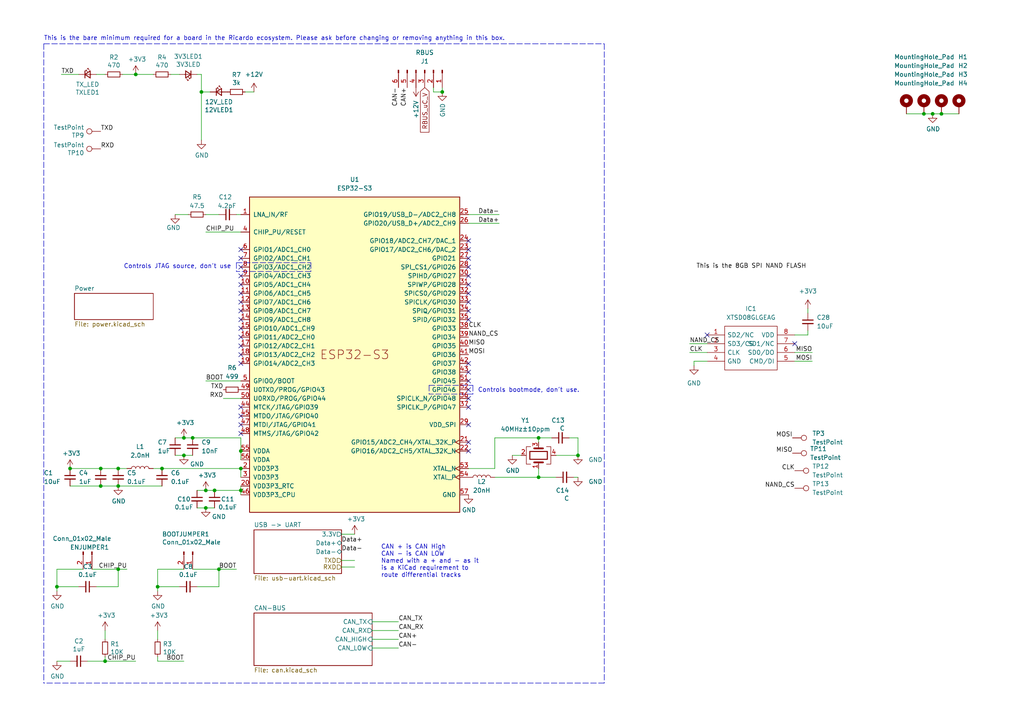
<source format=kicad_sch>
(kicad_sch (version 20211123) (generator eeschema)

  (uuid 7db990e4-92e1-4f99-b4d2-435bbec1ba83)

  (paper "A4")

  (lib_symbols
    (symbol "Connector:Conn_01x02_Male" (pin_names (offset 1.016) hide) (in_bom yes) (on_board yes)
      (property "Reference" "J" (id 0) (at 0 2.54 0)
        (effects (font (size 1.27 1.27)))
      )
      (property "Value" "Conn_01x02_Male" (id 1) (at 0 -5.08 0)
        (effects (font (size 1.27 1.27)))
      )
      (property "Footprint" "" (id 2) (at 0 0 0)
        (effects (font (size 1.27 1.27)) hide)
      )
      (property "Datasheet" "~" (id 3) (at 0 0 0)
        (effects (font (size 1.27 1.27)) hide)
      )
      (property "ki_keywords" "connector" (id 4) (at 0 0 0)
        (effects (font (size 1.27 1.27)) hide)
      )
      (property "ki_description" "Generic connector, single row, 01x02, script generated (kicad-library-utils/schlib/autogen/connector/)" (id 5) (at 0 0 0)
        (effects (font (size 1.27 1.27)) hide)
      )
      (property "ki_fp_filters" "Connector*:*_1x??_*" (id 6) (at 0 0 0)
        (effects (font (size 1.27 1.27)) hide)
      )
      (symbol "Conn_01x02_Male_1_1"
        (polyline
          (pts
            (xy 1.27 -2.54)
            (xy 0.8636 -2.54)
          )
          (stroke (width 0.1524) (type default) (color 0 0 0 0))
          (fill (type none))
        )
        (polyline
          (pts
            (xy 1.27 0)
            (xy 0.8636 0)
          )
          (stroke (width 0.1524) (type default) (color 0 0 0 0))
          (fill (type none))
        )
        (rectangle (start 0.8636 -2.413) (end 0 -2.667)
          (stroke (width 0.1524) (type default) (color 0 0 0 0))
          (fill (type outline))
        )
        (rectangle (start 0.8636 0.127) (end 0 -0.127)
          (stroke (width 0.1524) (type default) (color 0 0 0 0))
          (fill (type outline))
        )
        (pin passive line (at 5.08 0 180) (length 3.81)
          (name "Pin_1" (effects (font (size 1.27 1.27))))
          (number "1" (effects (font (size 1.27 1.27))))
        )
        (pin passive line (at 5.08 -2.54 180) (length 3.81)
          (name "Pin_2" (effects (font (size 1.27 1.27))))
          (number "2" (effects (font (size 1.27 1.27))))
        )
      )
    )
    (symbol "Connector:Conn_01x06_Male" (pin_names (offset 1.016) hide) (in_bom yes) (on_board yes)
      (property "Reference" "J" (id 0) (at 0 7.62 0)
        (effects (font (size 1.27 1.27)))
      )
      (property "Value" "Conn_01x06_Male" (id 1) (at 0 -10.16 0)
        (effects (font (size 1.27 1.27)))
      )
      (property "Footprint" "" (id 2) (at 0 0 0)
        (effects (font (size 1.27 1.27)) hide)
      )
      (property "Datasheet" "~" (id 3) (at 0 0 0)
        (effects (font (size 1.27 1.27)) hide)
      )
      (property "ki_keywords" "connector" (id 4) (at 0 0 0)
        (effects (font (size 1.27 1.27)) hide)
      )
      (property "ki_description" "Generic connector, single row, 01x06, script generated (kicad-library-utils/schlib/autogen/connector/)" (id 5) (at 0 0 0)
        (effects (font (size 1.27 1.27)) hide)
      )
      (property "ki_fp_filters" "Connector*:*_1x??_*" (id 6) (at 0 0 0)
        (effects (font (size 1.27 1.27)) hide)
      )
      (symbol "Conn_01x06_Male_1_1"
        (polyline
          (pts
            (xy 1.27 -7.62)
            (xy 0.8636 -7.62)
          )
          (stroke (width 0.1524) (type default) (color 0 0 0 0))
          (fill (type none))
        )
        (polyline
          (pts
            (xy 1.27 -5.08)
            (xy 0.8636 -5.08)
          )
          (stroke (width 0.1524) (type default) (color 0 0 0 0))
          (fill (type none))
        )
        (polyline
          (pts
            (xy 1.27 -2.54)
            (xy 0.8636 -2.54)
          )
          (stroke (width 0.1524) (type default) (color 0 0 0 0))
          (fill (type none))
        )
        (polyline
          (pts
            (xy 1.27 0)
            (xy 0.8636 0)
          )
          (stroke (width 0.1524) (type default) (color 0 0 0 0))
          (fill (type none))
        )
        (polyline
          (pts
            (xy 1.27 2.54)
            (xy 0.8636 2.54)
          )
          (stroke (width 0.1524) (type default) (color 0 0 0 0))
          (fill (type none))
        )
        (polyline
          (pts
            (xy 1.27 5.08)
            (xy 0.8636 5.08)
          )
          (stroke (width 0.1524) (type default) (color 0 0 0 0))
          (fill (type none))
        )
        (rectangle (start 0.8636 -7.493) (end 0 -7.747)
          (stroke (width 0.1524) (type default) (color 0 0 0 0))
          (fill (type outline))
        )
        (rectangle (start 0.8636 -4.953) (end 0 -5.207)
          (stroke (width 0.1524) (type default) (color 0 0 0 0))
          (fill (type outline))
        )
        (rectangle (start 0.8636 -2.413) (end 0 -2.667)
          (stroke (width 0.1524) (type default) (color 0 0 0 0))
          (fill (type outline))
        )
        (rectangle (start 0.8636 0.127) (end 0 -0.127)
          (stroke (width 0.1524) (type default) (color 0 0 0 0))
          (fill (type outline))
        )
        (rectangle (start 0.8636 2.667) (end 0 2.413)
          (stroke (width 0.1524) (type default) (color 0 0 0 0))
          (fill (type outline))
        )
        (rectangle (start 0.8636 5.207) (end 0 4.953)
          (stroke (width 0.1524) (type default) (color 0 0 0 0))
          (fill (type outline))
        )
        (pin passive line (at 5.08 5.08 180) (length 3.81)
          (name "Pin_1" (effects (font (size 1.27 1.27))))
          (number "1" (effects (font (size 1.27 1.27))))
        )
        (pin passive line (at 5.08 2.54 180) (length 3.81)
          (name "Pin_2" (effects (font (size 1.27 1.27))))
          (number "2" (effects (font (size 1.27 1.27))))
        )
        (pin passive line (at 5.08 0 180) (length 3.81)
          (name "Pin_3" (effects (font (size 1.27 1.27))))
          (number "3" (effects (font (size 1.27 1.27))))
        )
        (pin passive line (at 5.08 -2.54 180) (length 3.81)
          (name "Pin_4" (effects (font (size 1.27 1.27))))
          (number "4" (effects (font (size 1.27 1.27))))
        )
        (pin passive line (at 5.08 -5.08 180) (length 3.81)
          (name "Pin_5" (effects (font (size 1.27 1.27))))
          (number "5" (effects (font (size 1.27 1.27))))
        )
        (pin passive line (at 5.08 -7.62 180) (length 3.81)
          (name "Pin_6" (effects (font (size 1.27 1.27))))
          (number "6" (effects (font (size 1.27 1.27))))
        )
      )
    )
    (symbol "Connector:TestPoint" (pin_numbers hide) (pin_names (offset 0.762) hide) (in_bom yes) (on_board yes)
      (property "Reference" "TP" (id 0) (at 0 6.858 0)
        (effects (font (size 1.27 1.27)))
      )
      (property "Value" "TestPoint" (id 1) (at 0 5.08 0)
        (effects (font (size 1.27 1.27)))
      )
      (property "Footprint" "" (id 2) (at 5.08 0 0)
        (effects (font (size 1.27 1.27)) hide)
      )
      (property "Datasheet" "~" (id 3) (at 5.08 0 0)
        (effects (font (size 1.27 1.27)) hide)
      )
      (property "ki_keywords" "test point tp" (id 4) (at 0 0 0)
        (effects (font (size 1.27 1.27)) hide)
      )
      (property "ki_description" "test point" (id 5) (at 0 0 0)
        (effects (font (size 1.27 1.27)) hide)
      )
      (property "ki_fp_filters" "Pin* Test*" (id 6) (at 0 0 0)
        (effects (font (size 1.27 1.27)) hide)
      )
      (symbol "TestPoint_0_1"
        (circle (center 0 3.302) (radius 0.762)
          (stroke (width 0) (type default) (color 0 0 0 0))
          (fill (type none))
        )
      )
      (symbol "TestPoint_1_1"
        (pin passive line (at 0 0 90) (length 2.54)
          (name "1" (effects (font (size 1.27 1.27))))
          (number "1" (effects (font (size 1.27 1.27))))
        )
      )
    )
    (symbol "Device:C_Small" (pin_numbers hide) (pin_names (offset 0.254) hide) (in_bom yes) (on_board yes)
      (property "Reference" "C" (id 0) (at 0.254 1.778 0)
        (effects (font (size 1.27 1.27)) (justify left))
      )
      (property "Value" "C_Small" (id 1) (at 0.254 -2.032 0)
        (effects (font (size 1.27 1.27)) (justify left))
      )
      (property "Footprint" "" (id 2) (at 0 0 0)
        (effects (font (size 1.27 1.27)) hide)
      )
      (property "Datasheet" "~" (id 3) (at 0 0 0)
        (effects (font (size 1.27 1.27)) hide)
      )
      (property "ki_keywords" "capacitor cap" (id 4) (at 0 0 0)
        (effects (font (size 1.27 1.27)) hide)
      )
      (property "ki_description" "Unpolarized capacitor, small symbol" (id 5) (at 0 0 0)
        (effects (font (size 1.27 1.27)) hide)
      )
      (property "ki_fp_filters" "C_*" (id 6) (at 0 0 0)
        (effects (font (size 1.27 1.27)) hide)
      )
      (symbol "C_Small_0_1"
        (polyline
          (pts
            (xy -1.524 -0.508)
            (xy 1.524 -0.508)
          )
          (stroke (width 0.3302) (type default) (color 0 0 0 0))
          (fill (type none))
        )
        (polyline
          (pts
            (xy -1.524 0.508)
            (xy 1.524 0.508)
          )
          (stroke (width 0.3048) (type default) (color 0 0 0 0))
          (fill (type none))
        )
      )
      (symbol "C_Small_1_1"
        (pin passive line (at 0 2.54 270) (length 2.032)
          (name "~" (effects (font (size 1.27 1.27))))
          (number "1" (effects (font (size 1.27 1.27))))
        )
        (pin passive line (at 0 -2.54 90) (length 2.032)
          (name "~" (effects (font (size 1.27 1.27))))
          (number "2" (effects (font (size 1.27 1.27))))
        )
      )
    )
    (symbol "Device:Crystal_GND24" (pin_names (offset 1.016) hide) (in_bom yes) (on_board yes)
      (property "Reference" "Y" (id 0) (at 3.175 5.08 0)
        (effects (font (size 1.27 1.27)) (justify left))
      )
      (property "Value" "Crystal_GND24" (id 1) (at 3.175 3.175 0)
        (effects (font (size 1.27 1.27)) (justify left))
      )
      (property "Footprint" "" (id 2) (at 0 0 0)
        (effects (font (size 1.27 1.27)) hide)
      )
      (property "Datasheet" "~" (id 3) (at 0 0 0)
        (effects (font (size 1.27 1.27)) hide)
      )
      (property "ki_keywords" "quartz ceramic resonator oscillator" (id 4) (at 0 0 0)
        (effects (font (size 1.27 1.27)) hide)
      )
      (property "ki_description" "Four pin crystal, GND on pins 2 and 4" (id 5) (at 0 0 0)
        (effects (font (size 1.27 1.27)) hide)
      )
      (property "ki_fp_filters" "Crystal*" (id 6) (at 0 0 0)
        (effects (font (size 1.27 1.27)) hide)
      )
      (symbol "Crystal_GND24_0_1"
        (rectangle (start -1.143 2.54) (end 1.143 -2.54)
          (stroke (width 0.3048) (type default) (color 0 0 0 0))
          (fill (type none))
        )
        (polyline
          (pts
            (xy -2.54 0)
            (xy -2.032 0)
          )
          (stroke (width 0) (type default) (color 0 0 0 0))
          (fill (type none))
        )
        (polyline
          (pts
            (xy -2.032 -1.27)
            (xy -2.032 1.27)
          )
          (stroke (width 0.508) (type default) (color 0 0 0 0))
          (fill (type none))
        )
        (polyline
          (pts
            (xy 0 -3.81)
            (xy 0 -3.556)
          )
          (stroke (width 0) (type default) (color 0 0 0 0))
          (fill (type none))
        )
        (polyline
          (pts
            (xy 0 3.556)
            (xy 0 3.81)
          )
          (stroke (width 0) (type default) (color 0 0 0 0))
          (fill (type none))
        )
        (polyline
          (pts
            (xy 2.032 -1.27)
            (xy 2.032 1.27)
          )
          (stroke (width 0.508) (type default) (color 0 0 0 0))
          (fill (type none))
        )
        (polyline
          (pts
            (xy 2.032 0)
            (xy 2.54 0)
          )
          (stroke (width 0) (type default) (color 0 0 0 0))
          (fill (type none))
        )
        (polyline
          (pts
            (xy -2.54 -2.286)
            (xy -2.54 -3.556)
            (xy 2.54 -3.556)
            (xy 2.54 -2.286)
          )
          (stroke (width 0) (type default) (color 0 0 0 0))
          (fill (type none))
        )
        (polyline
          (pts
            (xy -2.54 2.286)
            (xy -2.54 3.556)
            (xy 2.54 3.556)
            (xy 2.54 2.286)
          )
          (stroke (width 0) (type default) (color 0 0 0 0))
          (fill (type none))
        )
      )
      (symbol "Crystal_GND24_1_1"
        (pin passive line (at -3.81 0 0) (length 1.27)
          (name "1" (effects (font (size 1.27 1.27))))
          (number "1" (effects (font (size 1.27 1.27))))
        )
        (pin passive line (at 0 5.08 270) (length 1.27)
          (name "2" (effects (font (size 1.27 1.27))))
          (number "2" (effects (font (size 1.27 1.27))))
        )
        (pin passive line (at 3.81 0 180) (length 1.27)
          (name "3" (effects (font (size 1.27 1.27))))
          (number "3" (effects (font (size 1.27 1.27))))
        )
        (pin passive line (at 0 -5.08 90) (length 1.27)
          (name "4" (effects (font (size 1.27 1.27))))
          (number "4" (effects (font (size 1.27 1.27))))
        )
      )
    )
    (symbol "Device:L" (pin_numbers hide) (pin_names (offset 1.016) hide) (in_bom yes) (on_board yes)
      (property "Reference" "L" (id 0) (at -1.27 0 90)
        (effects (font (size 1.27 1.27)))
      )
      (property "Value" "L" (id 1) (at 1.905 0 90)
        (effects (font (size 1.27 1.27)))
      )
      (property "Footprint" "" (id 2) (at 0 0 0)
        (effects (font (size 1.27 1.27)) hide)
      )
      (property "Datasheet" "~" (id 3) (at 0 0 0)
        (effects (font (size 1.27 1.27)) hide)
      )
      (property "ki_keywords" "inductor choke coil reactor magnetic" (id 4) (at 0 0 0)
        (effects (font (size 1.27 1.27)) hide)
      )
      (property "ki_description" "Inductor" (id 5) (at 0 0 0)
        (effects (font (size 1.27 1.27)) hide)
      )
      (property "ki_fp_filters" "Choke_* *Coil* Inductor_* L_*" (id 6) (at 0 0 0)
        (effects (font (size 1.27 1.27)) hide)
      )
      (symbol "L_0_1"
        (arc (start 0 -2.54) (mid 0.635 -1.905) (end 0 -1.27)
          (stroke (width 0) (type default) (color 0 0 0 0))
          (fill (type none))
        )
        (arc (start 0 -1.27) (mid 0.635 -0.635) (end 0 0)
          (stroke (width 0) (type default) (color 0 0 0 0))
          (fill (type none))
        )
        (arc (start 0 0) (mid 0.635 0.635) (end 0 1.27)
          (stroke (width 0) (type default) (color 0 0 0 0))
          (fill (type none))
        )
        (arc (start 0 1.27) (mid 0.635 1.905) (end 0 2.54)
          (stroke (width 0) (type default) (color 0 0 0 0))
          (fill (type none))
        )
      )
      (symbol "L_1_1"
        (pin passive line (at 0 3.81 270) (length 1.27)
          (name "1" (effects (font (size 1.27 1.27))))
          (number "1" (effects (font (size 1.27 1.27))))
        )
        (pin passive line (at 0 -3.81 90) (length 1.27)
          (name "2" (effects (font (size 1.27 1.27))))
          (number "2" (effects (font (size 1.27 1.27))))
        )
      )
    )
    (symbol "Device:LED_Small" (pin_numbers hide) (pin_names (offset 0.254) hide) (in_bom yes) (on_board yes)
      (property "Reference" "D" (id 0) (at -1.27 3.175 0)
        (effects (font (size 1.27 1.27)) (justify left))
      )
      (property "Value" "LED_Small" (id 1) (at -4.445 -2.54 0)
        (effects (font (size 1.27 1.27)) (justify left))
      )
      (property "Footprint" "" (id 2) (at 0 0 90)
        (effects (font (size 1.27 1.27)) hide)
      )
      (property "Datasheet" "~" (id 3) (at 0 0 90)
        (effects (font (size 1.27 1.27)) hide)
      )
      (property "ki_keywords" "LED diode light-emitting-diode" (id 4) (at 0 0 0)
        (effects (font (size 1.27 1.27)) hide)
      )
      (property "ki_description" "Light emitting diode, small symbol" (id 5) (at 0 0 0)
        (effects (font (size 1.27 1.27)) hide)
      )
      (property "ki_fp_filters" "LED* LED_SMD:* LED_THT:*" (id 6) (at 0 0 0)
        (effects (font (size 1.27 1.27)) hide)
      )
      (symbol "LED_Small_0_1"
        (polyline
          (pts
            (xy -0.762 -1.016)
            (xy -0.762 1.016)
          )
          (stroke (width 0.254) (type default) (color 0 0 0 0))
          (fill (type none))
        )
        (polyline
          (pts
            (xy 1.016 0)
            (xy -0.762 0)
          )
          (stroke (width 0) (type default) (color 0 0 0 0))
          (fill (type none))
        )
        (polyline
          (pts
            (xy 0.762 -1.016)
            (xy -0.762 0)
            (xy 0.762 1.016)
            (xy 0.762 -1.016)
          )
          (stroke (width 0.254) (type default) (color 0 0 0 0))
          (fill (type none))
        )
        (polyline
          (pts
            (xy 0 0.762)
            (xy -0.508 1.27)
            (xy -0.254 1.27)
            (xy -0.508 1.27)
            (xy -0.508 1.016)
          )
          (stroke (width 0) (type default) (color 0 0 0 0))
          (fill (type none))
        )
        (polyline
          (pts
            (xy 0.508 1.27)
            (xy 0 1.778)
            (xy 0.254 1.778)
            (xy 0 1.778)
            (xy 0 1.524)
          )
          (stroke (width 0) (type default) (color 0 0 0 0))
          (fill (type none))
        )
      )
      (symbol "LED_Small_1_1"
        (pin passive line (at -2.54 0 0) (length 1.778)
          (name "K" (effects (font (size 1.27 1.27))))
          (number "1" (effects (font (size 1.27 1.27))))
        )
        (pin passive line (at 2.54 0 180) (length 1.778)
          (name "A" (effects (font (size 1.27 1.27))))
          (number "2" (effects (font (size 1.27 1.27))))
        )
      )
    )
    (symbol "Device:R_Small" (pin_numbers hide) (pin_names (offset 0.254) hide) (in_bom yes) (on_board yes)
      (property "Reference" "R" (id 0) (at 0.762 0.508 0)
        (effects (font (size 1.27 1.27)) (justify left))
      )
      (property "Value" "R_Small" (id 1) (at 0.762 -1.016 0)
        (effects (font (size 1.27 1.27)) (justify left))
      )
      (property "Footprint" "" (id 2) (at 0 0 0)
        (effects (font (size 1.27 1.27)) hide)
      )
      (property "Datasheet" "~" (id 3) (at 0 0 0)
        (effects (font (size 1.27 1.27)) hide)
      )
      (property "ki_keywords" "R resistor" (id 4) (at 0 0 0)
        (effects (font (size 1.27 1.27)) hide)
      )
      (property "ki_description" "Resistor, small symbol" (id 5) (at 0 0 0)
        (effects (font (size 1.27 1.27)) hide)
      )
      (property "ki_fp_filters" "R_*" (id 6) (at 0 0 0)
        (effects (font (size 1.27 1.27)) hide)
      )
      (symbol "R_Small_0_1"
        (rectangle (start -0.762 1.778) (end 0.762 -1.778)
          (stroke (width 0.2032) (type default) (color 0 0 0 0))
          (fill (type none))
        )
      )
      (symbol "R_Small_1_1"
        (pin passive line (at 0 2.54 270) (length 0.762)
          (name "~" (effects (font (size 1.27 1.27))))
          (number "1" (effects (font (size 1.27 1.27))))
        )
        (pin passive line (at 0 -2.54 90) (length 0.762)
          (name "~" (effects (font (size 1.27 1.27))))
          (number "2" (effects (font (size 1.27 1.27))))
        )
      )
    )
    (symbol "Espressif:ESP32-S3" (pin_names (offset 1.016)) (in_bom yes) (on_board yes)
      (property "Reference" "U" (id 0) (at 0 48.26 0)
        (effects (font (size 1.27 1.27)))
      )
      (property "Value" "ESP32-S3" (id 1) (at 0 -48.26 0)
        (effects (font (size 1.27 1.27)))
      )
      (property "Footprint" "Package_DFN_QFN:QFN-56-1EP_7x7mm_P0.4mm_EP5.6x5.6mm" (id 2) (at 0 -50.8 0)
        (effects (font (size 1.27 1.27)) hide)
      )
      (property "Datasheet" "https://www.espressif.com/sites/default/files/documentation/esp32-s3_datasheet_en.pdf" (id 3) (at 0 -53.34 0)
        (effects (font (size 1.27 1.27)) hide)
      )
      (property "ki_description" "ESP32-S3 is a low-power MCU-based system-on-chip (SoC) that supports 2.4 GHz Wi-Fi and Bluetooth® Low Energy (Bluetooth LE). It consists of high-performance dual-core microprocessor (Xtensa® 32-bit LX7), a low power coprocessor, a Wi-Fi baseband, a Bluetooth LE baseband, RF module, and peripherals." (id 4) (at 0 0 0)
        (effects (font (size 1.27 1.27)) hide)
      )
      (symbol "ESP32-S3_0_0"
        (text "ESP32-S3" (at 0 0 0)
          (effects (font (size 2.54 2.54)))
        )
        (pin bidirectional line (at 33.02 -12.7 180) (length 2.54)
          (name "SPICLK_N/GPIO48" (effects (font (size 1.27 1.27))))
          (number "36" (effects (font (size 1.27 1.27))))
        )
        (pin bidirectional line (at 33.02 -15.24 180) (length 2.54)
          (name "SPICLK_P/GPIO47" (effects (font (size 1.27 1.27))))
          (number "37" (effects (font (size 1.27 1.27))))
        )
      )
      (symbol "ESP32-S3_0_1"
        (rectangle (start -30.48 45.72) (end 30.48 -45.72)
          (stroke (width 0.254) (type default) (color 0 0 0 0))
          (fill (type background))
        )
      )
      (symbol "ESP32-S3_1_1"
        (pin bidirectional line (at -33.02 40.64 0) (length 2.54)
          (name "LNA_IN/RF" (effects (font (size 1.27 1.27))))
          (number "1" (effects (font (size 1.27 1.27))))
        )
        (pin bidirectional line (at -33.02 20.32 0) (length 2.54)
          (name "GPIO5/ADC1_CH4" (effects (font (size 1.27 1.27))))
          (number "10" (effects (font (size 1.27 1.27))))
        )
        (pin bidirectional line (at -33.02 17.78 0) (length 2.54)
          (name "GPIO6/ADC1_CH5" (effects (font (size 1.27 1.27))))
          (number "11" (effects (font (size 1.27 1.27))))
        )
        (pin bidirectional line (at -33.02 15.24 0) (length 2.54)
          (name "GPIO7/ADC1_CH6" (effects (font (size 1.27 1.27))))
          (number "12" (effects (font (size 1.27 1.27))))
        )
        (pin bidirectional line (at -33.02 12.7 0) (length 2.54)
          (name "GPIO8/ADC1_CH7" (effects (font (size 1.27 1.27))))
          (number "13" (effects (font (size 1.27 1.27))))
        )
        (pin bidirectional line (at -33.02 10.16 0) (length 2.54)
          (name "GPIO9/ADC1_CH8" (effects (font (size 1.27 1.27))))
          (number "14" (effects (font (size 1.27 1.27))))
        )
        (pin bidirectional line (at -33.02 7.62 0) (length 2.54)
          (name "GPIO10/ADC1_CH9" (effects (font (size 1.27 1.27))))
          (number "15" (effects (font (size 1.27 1.27))))
        )
        (pin bidirectional line (at -33.02 5.08 0) (length 2.54)
          (name "GPIO11/ADC2_CH0" (effects (font (size 1.27 1.27))))
          (number "16" (effects (font (size 1.27 1.27))))
        )
        (pin bidirectional line (at -33.02 2.54 0) (length 2.54)
          (name "GPIO12/ADC2_CH1" (effects (font (size 1.27 1.27))))
          (number "17" (effects (font (size 1.27 1.27))))
        )
        (pin bidirectional line (at -33.02 0 0) (length 2.54)
          (name "GPIO13/ADC2_CH2" (effects (font (size 1.27 1.27))))
          (number "18" (effects (font (size 1.27 1.27))))
        )
        (pin bidirectional line (at -33.02 -2.54 0) (length 2.54)
          (name "GPIO14/ADC2_CH3" (effects (font (size 1.27 1.27))))
          (number "19" (effects (font (size 1.27 1.27))))
        )
        (pin power_in line (at -33.02 -33.02 0) (length 2.54)
          (name "VDD3P3" (effects (font (size 1.27 1.27))))
          (number "2" (effects (font (size 1.27 1.27))))
        )
        (pin power_in line (at -33.02 -38.1 0) (length 2.54)
          (name "VDD3P3_RTC" (effects (font (size 1.27 1.27))))
          (number "20" (effects (font (size 1.27 1.27))))
        )
        (pin input clock (at 33.02 -25.4 180) (length 2.54)
          (name "GPIO15/ADC2_CH4/XTAL_32K_P" (effects (font (size 1.27 1.27))))
          (number "21" (effects (font (size 1.27 1.27))))
        )
        (pin output clock (at 33.02 -27.94 180) (length 2.54)
          (name "GPIO16/ADC2_CH5/XTAL_32K_N" (effects (font (size 1.27 1.27))))
          (number "22" (effects (font (size 1.27 1.27))))
        )
        (pin bidirectional line (at 33.02 30.48 180) (length 2.54)
          (name "GPIO17/ADC2_CH6/DAC_2" (effects (font (size 1.27 1.27))))
          (number "23" (effects (font (size 1.27 1.27))))
        )
        (pin bidirectional line (at 33.02 33.02 180) (length 2.54)
          (name "GPIO18/ADC2_CH7/DAC_1" (effects (font (size 1.27 1.27))))
          (number "24" (effects (font (size 1.27 1.27))))
        )
        (pin bidirectional line (at 33.02 40.64 180) (length 2.54)
          (name "GPIO19/USB_D-/ADC2_CH8" (effects (font (size 1.27 1.27))))
          (number "25" (effects (font (size 1.27 1.27))))
        )
        (pin bidirectional line (at 33.02 38.1 180) (length 2.54)
          (name "GPIO20/USB_D+/ADC2_CH9" (effects (font (size 1.27 1.27))))
          (number "26" (effects (font (size 1.27 1.27))))
        )
        (pin bidirectional line (at 33.02 27.94 180) (length 2.54)
          (name "GPIO21" (effects (font (size 1.27 1.27))))
          (number "27" (effects (font (size 1.27 1.27))))
        )
        (pin bidirectional line (at 33.02 25.4 180) (length 2.54)
          (name "SPI_CS1/GPIO26" (effects (font (size 1.27 1.27))))
          (number "28" (effects (font (size 1.27 1.27))))
        )
        (pin power_out line (at 33.02 -20.32 180) (length 2.54)
          (name "VDD_SPI" (effects (font (size 1.27 1.27))))
          (number "29" (effects (font (size 1.27 1.27))))
        )
        (pin power_in line (at -33.02 -35.56 0) (length 2.54)
          (name "VDD3P3" (effects (font (size 1.27 1.27))))
          (number "3" (effects (font (size 1.27 1.27))))
        )
        (pin bidirectional line (at 33.02 22.86 180) (length 2.54)
          (name "SPIHD/GPIO27" (effects (font (size 1.27 1.27))))
          (number "30" (effects (font (size 1.27 1.27))))
        )
        (pin bidirectional line (at 33.02 20.32 180) (length 2.54)
          (name "SPIWP/GPIO28" (effects (font (size 1.27 1.27))))
          (number "31" (effects (font (size 1.27 1.27))))
        )
        (pin bidirectional line (at 33.02 17.78 180) (length 2.54)
          (name "SPICS0/GPIO29" (effects (font (size 1.27 1.27))))
          (number "32" (effects (font (size 1.27 1.27))))
        )
        (pin bidirectional line (at 33.02 15.24 180) (length 2.54)
          (name "SPICLK/GPIO30" (effects (font (size 1.27 1.27))))
          (number "33" (effects (font (size 1.27 1.27))))
        )
        (pin bidirectional line (at 33.02 12.7 180) (length 2.54)
          (name "SPIQ/GPIO31" (effects (font (size 1.27 1.27))))
          (number "34" (effects (font (size 1.27 1.27))))
        )
        (pin bidirectional line (at 33.02 10.16 180) (length 2.54)
          (name "SPID/GPIO32" (effects (font (size 1.27 1.27))))
          (number "35" (effects (font (size 1.27 1.27))))
        )
        (pin bidirectional line (at 33.02 7.62 180) (length 2.54)
          (name "GPIO33" (effects (font (size 1.27 1.27))))
          (number "38" (effects (font (size 1.27 1.27))))
        )
        (pin bidirectional line (at 33.02 5.08 180) (length 2.54)
          (name "GPIO34" (effects (font (size 1.27 1.27))))
          (number "39" (effects (font (size 1.27 1.27))))
        )
        (pin input line (at -33.02 35.56 0) (length 2.54)
          (name "CHIP_PU/RESET" (effects (font (size 1.27 1.27))))
          (number "4" (effects (font (size 1.27 1.27))))
        )
        (pin bidirectional line (at 33.02 2.54 180) (length 2.54)
          (name "GPIO35" (effects (font (size 1.27 1.27))))
          (number "40" (effects (font (size 1.27 1.27))))
        )
        (pin bidirectional line (at 33.02 0 180) (length 2.54)
          (name "GPIO36" (effects (font (size 1.27 1.27))))
          (number "41" (effects (font (size 1.27 1.27))))
        )
        (pin bidirectional line (at 33.02 -2.54 180) (length 2.54)
          (name "GPIO37" (effects (font (size 1.27 1.27))))
          (number "42" (effects (font (size 1.27 1.27))))
        )
        (pin bidirectional line (at 33.02 -5.08 180) (length 2.54)
          (name "GPIO38" (effects (font (size 1.27 1.27))))
          (number "43" (effects (font (size 1.27 1.27))))
        )
        (pin bidirectional line (at -33.02 -15.24 0) (length 2.54)
          (name "MTCK/JTAG/GPIO39" (effects (font (size 1.27 1.27))))
          (number "44" (effects (font (size 1.27 1.27))))
        )
        (pin bidirectional line (at -33.02 -17.78 0) (length 2.54)
          (name "MTDO/JTAG/GPIO40" (effects (font (size 1.27 1.27))))
          (number "45" (effects (font (size 1.27 1.27))))
        )
        (pin power_in line (at -33.02 -40.64 0) (length 2.54)
          (name "VDD3P3_CPU" (effects (font (size 1.27 1.27))))
          (number "46" (effects (font (size 1.27 1.27))))
        )
        (pin bidirectional line (at -33.02 -20.32 0) (length 2.54)
          (name "MTDI/JTAG/GPIO41" (effects (font (size 1.27 1.27))))
          (number "47" (effects (font (size 1.27 1.27))))
        )
        (pin bidirectional line (at -33.02 -22.86 0) (length 2.54)
          (name "MTMS/JTAG/GPIO42" (effects (font (size 1.27 1.27))))
          (number "48" (effects (font (size 1.27 1.27))))
        )
        (pin bidirectional line (at -33.02 -10.16 0) (length 2.54)
          (name "U0TXD/PROG/GPIO43" (effects (font (size 1.27 1.27))))
          (number "49" (effects (font (size 1.27 1.27))))
        )
        (pin bidirectional line (at -33.02 -7.62 0) (length 2.54)
          (name "GPIO0/BOOT" (effects (font (size 1.27 1.27))))
          (number "5" (effects (font (size 1.27 1.27))))
        )
        (pin bidirectional line (at -33.02 -12.7 0) (length 2.54)
          (name "U0RXD/PROG/GPIO44" (effects (font (size 1.27 1.27))))
          (number "50" (effects (font (size 1.27 1.27))))
        )
        (pin bidirectional line (at 33.02 -7.62 180) (length 2.54)
          (name "GPIO45" (effects (font (size 1.27 1.27))))
          (number "51" (effects (font (size 1.27 1.27))))
        )
        (pin bidirectional line (at 33.02 -10.16 180) (length 2.54)
          (name "GPIO46" (effects (font (size 1.27 1.27))))
          (number "52" (effects (font (size 1.27 1.27))))
        )
        (pin input clock (at 33.02 -33.02 180) (length 2.54)
          (name "XTAL_N" (effects (font (size 1.27 1.27))))
          (number "53" (effects (font (size 1.27 1.27))))
        )
        (pin output clock (at 33.02 -35.56 180) (length 2.54)
          (name "XTAL_P" (effects (font (size 1.27 1.27))))
          (number "54" (effects (font (size 1.27 1.27))))
        )
        (pin power_in line (at -33.02 -27.94 0) (length 2.54)
          (name "VDDA" (effects (font (size 1.27 1.27))))
          (number "55" (effects (font (size 1.27 1.27))))
        )
        (pin power_in line (at -33.02 -30.48 0) (length 2.54)
          (name "VDDA" (effects (font (size 1.27 1.27))))
          (number "56" (effects (font (size 1.27 1.27))))
        )
        (pin power_in line (at 33.02 -40.64 180) (length 2.54)
          (name "GND" (effects (font (size 1.27 1.27))))
          (number "57" (effects (font (size 1.27 1.27))))
        )
        (pin bidirectional line (at -33.02 30.48 0) (length 2.54)
          (name "GPIO1/ADC1_CH0" (effects (font (size 1.27 1.27))))
          (number "6" (effects (font (size 1.27 1.27))))
        )
        (pin bidirectional line (at -33.02 27.94 0) (length 2.54)
          (name "GPIO2/ADC1_CH1" (effects (font (size 1.27 1.27))))
          (number "7" (effects (font (size 1.27 1.27))))
        )
        (pin bidirectional line (at -33.02 25.4 0) (length 2.54)
          (name "GPIO3/ADC1_CH2" (effects (font (size 1.27 1.27))))
          (number "8" (effects (font (size 1.27 1.27))))
        )
        (pin bidirectional line (at -33.02 22.86 0) (length 2.54)
          (name "GPIO4/ADC1_CH3" (effects (font (size 1.27 1.27))))
          (number "9" (effects (font (size 1.27 1.27))))
        )
      )
    )
    (symbol "Mechanical:MountingHole_Pad" (pin_numbers hide) (pin_names (offset 1.016) hide) (in_bom yes) (on_board yes)
      (property "Reference" "H" (id 0) (at 0 6.35 0)
        (effects (font (size 1.27 1.27)))
      )
      (property "Value" "MountingHole_Pad" (id 1) (at 0 4.445 0)
        (effects (font (size 1.27 1.27)))
      )
      (property "Footprint" "" (id 2) (at 0 0 0)
        (effects (font (size 1.27 1.27)) hide)
      )
      (property "Datasheet" "~" (id 3) (at 0 0 0)
        (effects (font (size 1.27 1.27)) hide)
      )
      (property "ki_keywords" "mounting hole" (id 4) (at 0 0 0)
        (effects (font (size 1.27 1.27)) hide)
      )
      (property "ki_description" "Mounting Hole with connection" (id 5) (at 0 0 0)
        (effects (font (size 1.27 1.27)) hide)
      )
      (property "ki_fp_filters" "MountingHole*Pad*" (id 6) (at 0 0 0)
        (effects (font (size 1.27 1.27)) hide)
      )
      (symbol "MountingHole_Pad_0_1"
        (circle (center 0 1.27) (radius 1.27)
          (stroke (width 1.27) (type default) (color 0 0 0 0))
          (fill (type none))
        )
      )
      (symbol "MountingHole_Pad_1_1"
        (pin input line (at 0 -2.54 90) (length 2.54)
          (name "1" (effects (font (size 1.27 1.27))))
          (number "1" (effects (font (size 1.27 1.27))))
        )
      )
    )
    (symbol "chest:XTSD08GLGEAG" (pin_names (offset 0.762)) (in_bom yes) (on_board yes)
      (property "Reference" "IC" (id 0) (at 21.59 7.62 0)
        (effects (font (size 1.27 1.27)) (justify left))
      )
      (property "Value" "XTSD08GLGEAG" (id 1) (at 21.59 5.08 0)
        (effects (font (size 1.27 1.27)) (justify left))
      )
      (property "Footprint" "SON127P800X600X95-8N" (id 2) (at 21.59 2.54 0)
        (effects (font (size 1.27 1.27)) (justify left) hide)
      )
      (property "Datasheet" "https://datasheet.lcsc.com/szlcsc/2005251034_XTX-XTSD08GLGEAG_C558840.pdf" (id 3) (at 21.59 0 0)
        (effects (font (size 1.27 1.27)) (justify left) hide)
      )
      (property "Description" "XTSD01G/XTSD02G/XTSD04G/XTSD08G SD NAND LGA8" (id 4) (at 21.59 -2.54 0)
        (effects (font (size 1.27 1.27)) (justify left) hide)
      )
      (property "Height" "0.95" (id 5) (at 21.59 -5.08 0)
        (effects (font (size 1.27 1.27)) (justify left) hide)
      )
      (property "Manufacturer_Name" "XTX" (id 6) (at 21.59 -7.62 0)
        (effects (font (size 1.27 1.27)) (justify left) hide)
      )
      (property "Manufacturer_Part_Number" "XTSD08GLGEAG" (id 7) (at 21.59 -10.16 0)
        (effects (font (size 1.27 1.27)) (justify left) hide)
      )
      (property "Mouser Part Number" "" (id 8) (at 21.59 -12.7 0)
        (effects (font (size 1.27 1.27)) (justify left) hide)
      )
      (property "Mouser Price/Stock" "" (id 9) (at 21.59 -15.24 0)
        (effects (font (size 1.27 1.27)) (justify left) hide)
      )
      (property "Arrow Part Number" "" (id 10) (at 21.59 -17.78 0)
        (effects (font (size 1.27 1.27)) (justify left) hide)
      )
      (property "Arrow Price/Stock" "" (id 11) (at 21.59 -20.32 0)
        (effects (font (size 1.27 1.27)) (justify left) hide)
      )
      (property "ki_description" "XTSD01G/XTSD02G/XTSD04G/XTSD08G SD NAND LGA8" (id 12) (at 0 0 0)
        (effects (font (size 1.27 1.27)) hide)
      )
      (symbol "XTSD08GLGEAG_0_0"
        (pin bidirectional line (at 0 0 0) (length 5.08)
          (name "SD2/NC" (effects (font (size 1.27 1.27))))
          (number "1" (effects (font (size 1.27 1.27))))
        )
        (pin bidirectional line (at 0 -2.54 0) (length 5.08)
          (name "SD3/CS" (effects (font (size 1.27 1.27))))
          (number "2" (effects (font (size 1.27 1.27))))
        )
        (pin input line (at 0 -5.08 0) (length 5.08)
          (name "CLK" (effects (font (size 1.27 1.27))))
          (number "3" (effects (font (size 1.27 1.27))))
        )
        (pin power_out line (at 0 -7.62 0) (length 5.08)
          (name "GND" (effects (font (size 1.27 1.27))))
          (number "4" (effects (font (size 1.27 1.27))))
        )
        (pin input line (at 25.4 -7.62 180) (length 5.08)
          (name "CMD/DI" (effects (font (size 1.27 1.27))))
          (number "5" (effects (font (size 1.27 1.27))))
        )
        (pin output line (at 25.4 -5.08 180) (length 5.08)
          (name "SD0/DO" (effects (font (size 1.27 1.27))))
          (number "6" (effects (font (size 1.27 1.27))))
        )
        (pin bidirectional line (at 25.4 -2.54 180) (length 5.08)
          (name "SD1/NC" (effects (font (size 1.27 1.27))))
          (number "7" (effects (font (size 1.27 1.27))))
        )
        (pin power_in line (at 25.4 0 180) (length 5.08)
          (name "VDD" (effects (font (size 1.27 1.27))))
          (number "8" (effects (font (size 1.27 1.27))))
        )
      )
      (symbol "XTSD08GLGEAG_0_1"
        (polyline
          (pts
            (xy 5.08 2.54)
            (xy 20.32 2.54)
            (xy 20.32 -10.16)
            (xy 5.08 -10.16)
            (xy 5.08 2.54)
          )
          (stroke (width 0.1524) (type default) (color 0 0 0 0))
          (fill (type none))
        )
      )
    )
    (symbol "power:+12V" (power) (pin_names (offset 0)) (in_bom yes) (on_board yes)
      (property "Reference" "#PWR" (id 0) (at 0 -3.81 0)
        (effects (font (size 1.27 1.27)) hide)
      )
      (property "Value" "+12V" (id 1) (at 0 3.556 0)
        (effects (font (size 1.27 1.27)))
      )
      (property "Footprint" "" (id 2) (at 0 0 0)
        (effects (font (size 1.27 1.27)) hide)
      )
      (property "Datasheet" "" (id 3) (at 0 0 0)
        (effects (font (size 1.27 1.27)) hide)
      )
      (property "ki_keywords" "power-flag" (id 4) (at 0 0 0)
        (effects (font (size 1.27 1.27)) hide)
      )
      (property "ki_description" "Power symbol creates a global label with name \"+12V\"" (id 5) (at 0 0 0)
        (effects (font (size 1.27 1.27)) hide)
      )
      (symbol "+12V_0_1"
        (polyline
          (pts
            (xy -0.762 1.27)
            (xy 0 2.54)
          )
          (stroke (width 0) (type default) (color 0 0 0 0))
          (fill (type none))
        )
        (polyline
          (pts
            (xy 0 0)
            (xy 0 2.54)
          )
          (stroke (width 0) (type default) (color 0 0 0 0))
          (fill (type none))
        )
        (polyline
          (pts
            (xy 0 2.54)
            (xy 0.762 1.27)
          )
          (stroke (width 0) (type default) (color 0 0 0 0))
          (fill (type none))
        )
      )
      (symbol "+12V_1_1"
        (pin power_in line (at 0 0 90) (length 0) hide
          (name "+12V" (effects (font (size 1.27 1.27))))
          (number "1" (effects (font (size 1.27 1.27))))
        )
      )
    )
    (symbol "power:+3.3V" (power) (pin_names (offset 0)) (in_bom yes) (on_board yes)
      (property "Reference" "#PWR" (id 0) (at 0 -3.81 0)
        (effects (font (size 1.27 1.27)) hide)
      )
      (property "Value" "+3.3V" (id 1) (at 0 3.556 0)
        (effects (font (size 1.27 1.27)))
      )
      (property "Footprint" "" (id 2) (at 0 0 0)
        (effects (font (size 1.27 1.27)) hide)
      )
      (property "Datasheet" "" (id 3) (at 0 0 0)
        (effects (font (size 1.27 1.27)) hide)
      )
      (property "ki_keywords" "power-flag" (id 4) (at 0 0 0)
        (effects (font (size 1.27 1.27)) hide)
      )
      (property "ki_description" "Power symbol creates a global label with name \"+3.3V\"" (id 5) (at 0 0 0)
        (effects (font (size 1.27 1.27)) hide)
      )
      (symbol "+3.3V_0_1"
        (polyline
          (pts
            (xy -0.762 1.27)
            (xy 0 2.54)
          )
          (stroke (width 0) (type default) (color 0 0 0 0))
          (fill (type none))
        )
        (polyline
          (pts
            (xy 0 0)
            (xy 0 2.54)
          )
          (stroke (width 0) (type default) (color 0 0 0 0))
          (fill (type none))
        )
        (polyline
          (pts
            (xy 0 2.54)
            (xy 0.762 1.27)
          )
          (stroke (width 0) (type default) (color 0 0 0 0))
          (fill (type none))
        )
      )
      (symbol "+3.3V_1_1"
        (pin power_in line (at 0 0 90) (length 0) hide
          (name "+3V3" (effects (font (size 1.27 1.27))))
          (number "1" (effects (font (size 1.27 1.27))))
        )
      )
    )
    (symbol "power:GND" (power) (pin_names (offset 0)) (in_bom yes) (on_board yes)
      (property "Reference" "#PWR" (id 0) (at 0 -6.35 0)
        (effects (font (size 1.27 1.27)) hide)
      )
      (property "Value" "GND" (id 1) (at 0 -3.81 0)
        (effects (font (size 1.27 1.27)))
      )
      (property "Footprint" "" (id 2) (at 0 0 0)
        (effects (font (size 1.27 1.27)) hide)
      )
      (property "Datasheet" "" (id 3) (at 0 0 0)
        (effects (font (size 1.27 1.27)) hide)
      )
      (property "ki_keywords" "power-flag" (id 4) (at 0 0 0)
        (effects (font (size 1.27 1.27)) hide)
      )
      (property "ki_description" "Power symbol creates a global label with name \"GND\" , ground" (id 5) (at 0 0 0)
        (effects (font (size 1.27 1.27)) hide)
      )
      (symbol "GND_0_1"
        (polyline
          (pts
            (xy 0 0)
            (xy 0 -1.27)
            (xy 1.27 -1.27)
            (xy 0 -2.54)
            (xy -1.27 -1.27)
            (xy 0 -1.27)
          )
          (stroke (width 0) (type default) (color 0 0 0 0))
          (fill (type none))
        )
      )
      (symbol "GND_1_1"
        (pin power_in line (at 0 0 270) (length 0) hide
          (name "GND" (effects (font (size 1.27 1.27))))
          (number "1" (effects (font (size 1.27 1.27))))
        )
      )
    )
  )

  (junction (at 39.37 21.59) (diameter 0) (color 0 0 0 0)
    (uuid 02f8904b-a7b2-49dd-b392-764e7e29fb51)
  )
  (junction (at 59.69 142.24) (diameter 0) (color 0 0 0 0)
    (uuid 0753a347-97d9-4cb7-b81c-f57d156ee03d)
  )
  (junction (at 53.34 127) (diameter 0) (color 0 0 0 0)
    (uuid 259169cf-23d2-4d34-acfa-b35367d25621)
  )
  (junction (at 58.42 26.67) (diameter 0) (color 0 0 0 0)
    (uuid 28b01cd2-da3a-46ec-8825-b0f31a0b8987)
  )
  (junction (at 30.48 191.77) (diameter 0) (color 0 0 0 0)
    (uuid 35c09d1f-2914-4d1e-a002-df30af772f3b)
  )
  (junction (at 69.85 142.24) (diameter 0) (color 0 0 0 0)
    (uuid 69bccc29-7896-4bd5-847c-4b30488bfdf7)
  )
  (junction (at 55.88 127) (diameter 0) (color 0 0 0 0)
    (uuid 7080b686-704b-4224-87e0-0a66227e69e7)
  )
  (junction (at 63.5 165.1) (diameter 0) (color 0 0 0 0)
    (uuid 747f57e5-4698-4c6b-916d-232e6b1f645b)
  )
  (junction (at 59.69 147.32) (diameter 0) (color 0 0 0 0)
    (uuid 76b48920-113a-47db-a65d-49e9e75b755a)
  )
  (junction (at 62.23 142.24) (diameter 0) (color 0 0 0 0)
    (uuid 7847a7dc-83b6-40e8-ab83-35ec04184c6f)
  )
  (junction (at 34.29 135.89) (diameter 0) (color 0 0 0 0)
    (uuid 7a8ee3ce-88a3-49a2-aa53-ca000ddb33c8)
  )
  (junction (at 20.32 135.89) (diameter 0) (color 0 0 0 0)
    (uuid 88f17a64-5024-4f4b-8346-d8222bac5104)
  )
  (junction (at 45.72 170.18) (diameter 0) (color 0 0 0 0)
    (uuid 8ac400bf-c9b3-4af4-b0a7-9aa9ab4ad17e)
  )
  (junction (at 29.21 135.89) (diameter 0) (color 0 0 0 0)
    (uuid a6a6b792-84b0-4f4e-9e9d-847e9a94203c)
  )
  (junction (at 34.29 140.97) (diameter 0) (color 0 0 0 0)
    (uuid abc917ce-119d-4f43-8ab3-fb5d20f74b7e)
  )
  (junction (at 156.21 127) (diameter 0) (color 0 0 0 0)
    (uuid ae65856b-4a40-4cab-a5ff-5a35c8850e02)
  )
  (junction (at 273.05 33.02) (diameter 0) (color 0 0 0 0)
    (uuid b32183f9-e002-4a64-a1c2-255269c79027)
  )
  (junction (at 53.34 132.08) (diameter 0) (color 0 0 0 0)
    (uuid b7428965-44ff-4d1f-990c-3d61005cbad1)
  )
  (junction (at 156.21 138.43) (diameter 0) (color 0 0 0 0)
    (uuid b749e26e-88fc-47bb-b418-a32130eee6ec)
  )
  (junction (at 69.85 130.81) (diameter 0) (color 0 0 0 0)
    (uuid b81264dd-7182-41f5-960f-39b78460c520)
  )
  (junction (at 29.21 140.97) (diameter 0) (color 0 0 0 0)
    (uuid c86aaef9-56ce-427d-b18b-c7a9b78c893f)
  )
  (junction (at 16.51 170.18) (diameter 0) (color 0 0 0 0)
    (uuid cb083d38-4f11-4a80-8b19-ab751c405e4a)
  )
  (junction (at 270.51 33.02) (diameter 0) (color 0 0 0 0)
    (uuid de1d8b49-3cd8-4ee5-8113-50d6db3ea930)
  )
  (junction (at 267.97 33.02) (diameter 0) (color 0 0 0 0)
    (uuid de3cc7ee-e860-4f56-b4cf-41e7448f2241)
  )
  (junction (at 167.64 132.08) (diameter 0) (color 0 0 0 0)
    (uuid e379247a-7c51-4094-9a8c-3b8a6d5322fb)
  )
  (junction (at 46.99 135.89) (diameter 0) (color 0 0 0 0)
    (uuid edb60ccc-5ad5-4417-9f0a-4281bdc6260b)
  )
  (junction (at 128.27 26.67) (diameter 0) (color 0 0 0 0)
    (uuid eea79eca-5259-4bf1-94e4-b068a2ad63a0)
  )
  (junction (at 34.29 165.1) (diameter 0) (color 0 0 0 0)
    (uuid f0852334-0410-4a06-99ff-da7ea21a1167)
  )
  (junction (at 69.85 135.89) (diameter 0) (color 0 0 0 0)
    (uuid f130ddb0-0916-407d-9728-6ff1a5a57806)
  )

  (no_connect (at 69.85 125.73) (uuid 071cfdaf-d950-4c8b-a189-69a5afe3e386))
  (no_connect (at 135.89 128.27) (uuid 17ebcf2b-0863-40c4-b829-ab2351301122))
  (no_connect (at 69.85 85.09) (uuid 22010718-1c1d-485e-b912-722787952001))
  (no_connect (at 69.85 105.41) (uuid 309341a7-3e6f-4459-972c-f56d8d2692e6))
  (no_connect (at 205.105 97.155) (uuid 368e77d3-462f-42a8-9a53-803b35315dad))
  (no_connect (at 135.89 72.39) (uuid 401601ca-da5f-4e3f-bda9-a2d89cf0f290))
  (no_connect (at 135.89 80.01) (uuid 4de060a3-6a0c-4890-9f47-3b9679b9e34f))
  (no_connect (at 135.89 87.63) (uuid 4fd7b4dc-693c-4ba1-acc0-c83420d7b3a4))
  (no_connect (at 69.85 97.79) (uuid 5291b093-640a-4a17-890d-4a5d54f73766))
  (no_connect (at 135.89 90.17) (uuid 568208b9-5ad3-4c71-b139-02f83ed709db))
  (no_connect (at 135.89 110.49) (uuid 58a14501-2c54-4df6-b56b-f300cfbfaccf))
  (no_connect (at 69.85 120.65) (uuid 598a9f8e-7d1e-4805-96f8-645efc468984))
  (no_connect (at 69.85 80.01) (uuid 5c46decd-853f-4305-ad09-26204ec73da0))
  (no_connect (at 230.505 99.695) (uuid 7075d6b6-161b-4733-8ff5-3cbc726fe325))
  (no_connect (at 69.85 82.55) (uuid 72ada08a-9e9c-45d8-8aa9-0de9a6a6f270))
  (no_connect (at 69.85 123.19) (uuid 74ee06df-2156-4133-932e-6941d9decc03))
  (no_connect (at 69.85 102.87) (uuid 76d77447-f4b4-4fa6-bbef-b20b41991aef))
  (no_connect (at 135.89 92.71) (uuid 7a91b15c-e536-4601-866a-5da69c23c221))
  (no_connect (at 69.85 77.47) (uuid 86749bc6-b935-4c25-9994-054cf825bf11))
  (no_connect (at 69.85 72.39) (uuid 894017bd-4d27-4c8d-8a8b-16b49ce63e0c))
  (no_connect (at 135.89 69.85) (uuid 8d880dd6-2d5e-4655-ad5d-32d5060a64f5))
  (no_connect (at 135.89 107.95) (uuid 95fe9e8d-c59a-4654-9797-39b340269e83))
  (no_connect (at 69.85 87.63) (uuid acc28325-3b97-431a-836f-a349da95945d))
  (no_connect (at 135.89 77.47) (uuid af17335f-5f99-496b-aa1f-ad2a24932ee9))
  (no_connect (at 135.89 118.11) (uuid af6c6233-de1c-4777-865e-242166c92972))
  (no_connect (at 135.89 113.03) (uuid ba0e2a32-0319-4e19-bc9d-127797da9405))
  (no_connect (at 69.85 90.17) (uuid bd09d60e-7e5a-4813-9430-8fed1104a516))
  (no_connect (at 69.85 95.25) (uuid be258984-aabd-4837-b499-f424acd9061f))
  (no_connect (at 69.85 74.93) (uuid c623ca63-c0ce-4bc4-9d65-e8f958a344bf))
  (no_connect (at 135.89 115.57) (uuid c64b505f-481d-4655-91ff-6ecf974df3c4))
  (no_connect (at 135.89 123.19) (uuid d53bdb65-9586-496e-89ff-e2edf8bb8d22))
  (no_connect (at 135.89 85.09) (uuid dc3c8a4f-c834-41a7-80db-c4fc25cb5d0c))
  (no_connect (at 135.89 130.81) (uuid dcb04baa-59c4-4c28-b3f4-2abfd4559a9c))
  (no_connect (at 135.89 74.93) (uuid e3a639f7-d4e7-45ff-b36e-ccc9aba6a96d))
  (no_connect (at 69.85 92.71) (uuid e59a8e3b-759f-425d-a426-215b1a340f44))
  (no_connect (at 69.85 118.11) (uuid e606df5d-af94-4c53-9f66-f6cb2f325d11))
  (no_connect (at 69.85 100.33) (uuid e85a1076-5f39-4b5c-8bb9-3f3997ed5658))
  (no_connect (at 135.89 82.55) (uuid ed32853c-74eb-4a71-93e3-915ad125d498))
  (no_connect (at 135.89 105.41) (uuid eef14982-c693-4315-8f6d-0347abf0593c))

  (wire (pts (xy 234.315 95.885) (xy 234.315 97.155))
    (stroke (width 0) (type default) (color 0 0 0 0))
    (uuid 03c7dab9-bf00-4d23-80ff-399e1dd4c6b1)
  )
  (wire (pts (xy 200.025 102.235) (xy 205.105 102.235))
    (stroke (width 0) (type default) (color 0 0 0 0))
    (uuid 0445ee4c-9c70-4ae7-b722-dcfe15f15bd5)
  )
  (wire (pts (xy 30.48 191.77) (xy 30.48 190.5))
    (stroke (width 0) (type default) (color 0 0 0 0))
    (uuid 051b8cb0-ae77-4e09-98a7-bf2103319e66)
  )
  (wire (pts (xy 135.89 62.23) (xy 144.78 62.23))
    (stroke (width 0) (type default) (color 0 0 0 0))
    (uuid 0596a4e1-f35f-4645-a1af-a46bcfa8e52f)
  )
  (wire (pts (xy 69.85 135.89) (xy 69.85 138.43))
    (stroke (width 0) (type default) (color 0 0 0 0))
    (uuid 08037f72-1ad9-4bc9-95c3-6f637ed2bbf8)
  )
  (polyline (pts (xy 90.17 78.74) (xy 68.58 78.74))
    (stroke (width 0) (type default) (color 0 0 0 0))
    (uuid 0c941d7e-dc66-4338-9268-c7a441f62b3b)
  )

  (wire (pts (xy 63.5 170.18) (xy 63.5 165.1))
    (stroke (width 0) (type default) (color 0 0 0 0))
    (uuid 0cc9bf07-55b9-458f-b8aa-41b2f51fa940)
  )
  (polyline (pts (xy 68.58 76.2) (xy 68.58 78.74))
    (stroke (width 0) (type default) (color 0 0 0 0))
    (uuid 0e807ccc-cc79-42a4-806d-495a604e9066)
  )

  (wire (pts (xy 201.295 104.775) (xy 205.105 104.775))
    (stroke (width 0) (type default) (color 0 0 0 0))
    (uuid 1193e066-88ce-4bc2-882e-0f2a9c3d82c0)
  )
  (wire (pts (xy 60.96 26.67) (xy 58.42 26.67))
    (stroke (width 0) (type default) (color 0 0 0 0))
    (uuid 11c7c8d4-4c4b-4330-bb59-1eec2e98b255)
  )
  (wire (pts (xy 16.51 191.77) (xy 20.32 191.77))
    (stroke (width 0) (type default) (color 0 0 0 0))
    (uuid 14094ad2-b562-4efa-8c6f-51d7a3134345)
  )
  (wire (pts (xy 107.95 180.34) (xy 115.57 180.34))
    (stroke (width 0) (type default) (color 0 0 0 0))
    (uuid 165f4d8d-26a9-4cf2-a8d6-9936cd983be4)
  )
  (wire (pts (xy 128.27 25.4) (xy 128.27 26.67))
    (stroke (width 0) (type default) (color 0 0 0 0))
    (uuid 18b29a0a-bb5b-4893-b87d-10e1330ffefa)
  )
  (wire (pts (xy 160.02 127) (xy 156.21 127))
    (stroke (width 0) (type default) (color 0 0 0 0))
    (uuid 1f11e357-9503-4aca-8109-c63c95c64295)
  )
  (wire (pts (xy 45.72 165.1) (xy 53.34 165.1))
    (stroke (width 0) (type default) (color 0 0 0 0))
    (uuid 21492bcd-343a-4b2b-b55a-b4586c11bdeb)
  )
  (wire (pts (xy 125.73 26.67) (xy 128.27 26.67))
    (stroke (width 0) (type default) (color 0 0 0 0))
    (uuid 21993a88-c712-4d8d-ae13-f0d32632c5c2)
  )
  (wire (pts (xy 230.505 102.235) (xy 235.585 102.235))
    (stroke (width 0) (type default) (color 0 0 0 0))
    (uuid 23f7b8e7-b98a-49c2-9b13-370c3bfc906a)
  )
  (wire (pts (xy 58.42 21.59) (xy 57.15 21.59))
    (stroke (width 0) (type default) (color 0 0 0 0))
    (uuid 2518d4ea-25cc-4e57-a0d6-8482034e7318)
  )
  (wire (pts (xy 29.21 135.89) (xy 34.29 135.89))
    (stroke (width 0) (type default) (color 0 0 0 0))
    (uuid 281698c5-7895-43e7-9b24-4c1c20f939f7)
  )
  (wire (pts (xy 143.51 138.43) (xy 156.21 138.43))
    (stroke (width 0) (type default) (color 0 0 0 0))
    (uuid 2bc36d38-3db9-45ef-a5ec-5af897552a06)
  )
  (wire (pts (xy 59.69 110.49) (xy 69.85 110.49))
    (stroke (width 0) (type default) (color 0 0 0 0))
    (uuid 2def1fb1-e71c-4211-825c-c14bbb3a90c6)
  )
  (polyline (pts (xy 12.7 12.7) (xy 12.7 198.12))
    (stroke (width 0) (type default) (color 0 0 0 0))
    (uuid 2e6e4da7-4138-4cfe-b625-b386e28a750a)
  )

  (wire (pts (xy 267.97 33.02) (xy 262.89 33.02))
    (stroke (width 0) (type default) (color 0 0 0 0))
    (uuid 318cdbda-f2fe-4337-9b97-a693e6cb6f11)
  )
  (wire (pts (xy 234.315 97.155) (xy 230.505 97.155))
    (stroke (width 0) (type default) (color 0 0 0 0))
    (uuid 31f309ec-36af-464f-85b1-f4967f64cf8d)
  )
  (wire (pts (xy 16.51 170.18) (xy 16.51 171.45))
    (stroke (width 0) (type default) (color 0 0 0 0))
    (uuid 347562f5-b152-4e7b-8a69-40ca6daaaad4)
  )
  (wire (pts (xy 57.15 170.18) (xy 63.5 170.18))
    (stroke (width 0) (type default) (color 0 0 0 0))
    (uuid 363945f6-fbef-42be-99cf-4a8a48434d92)
  )
  (polyline (pts (xy 137.16 111.76) (xy 137.16 114.3))
    (stroke (width 0) (type default) (color 0 0 0 0))
    (uuid 3772e487-5f01-48f8-9322-a22981779296)
  )

  (wire (pts (xy 68.58 165.1) (xy 63.5 165.1))
    (stroke (width 0) (type default) (color 0 0 0 0))
    (uuid 386ad9e3-71fa-420f-8722-88548b024fc5)
  )
  (wire (pts (xy 68.58 62.23) (xy 69.85 62.23))
    (stroke (width 0) (type default) (color 0 0 0 0))
    (uuid 3c250346-e57f-46d0-b7ce-f5a4aa1641f5)
  )
  (wire (pts (xy 27.94 21.59) (xy 30.48 21.59))
    (stroke (width 0) (type default) (color 0 0 0 0))
    (uuid 3e3d55c8-e0ea-48fb-8421-a84b7cb7055b)
  )
  (wire (pts (xy 16.51 165.1) (xy 16.51 170.18))
    (stroke (width 0) (type default) (color 0 0 0 0))
    (uuid 3efa2ece-8f3f-4a8c-96e9-6ab3ec6f1f70)
  )
  (wire (pts (xy 161.29 132.08) (xy 167.64 132.08))
    (stroke (width 0) (type default) (color 0 0 0 0))
    (uuid 40834fc2-e639-4f18-8fd9-a3e732b16285)
  )
  (wire (pts (xy 30.48 182.88) (xy 30.48 185.42))
    (stroke (width 0) (type default) (color 0 0 0 0))
    (uuid 422b10b9-e829-44a2-8808-05edd8cb3050)
  )
  (wire (pts (xy 57.15 147.32) (xy 59.69 147.32))
    (stroke (width 0) (type default) (color 0 0 0 0))
    (uuid 43fd7235-fec6-4208-98cc-2f0d17b40706)
  )
  (polyline (pts (xy 68.58 76.2) (xy 90.17 76.2))
    (stroke (width 0) (type default) (color 0 0 0 0))
    (uuid 4487a016-1e34-4dc6-9492-fc0fde8fd969)
  )

  (wire (pts (xy 34.29 135.89) (xy 36.83 135.89))
    (stroke (width 0) (type default) (color 0 0 0 0))
    (uuid 45f89ba8-dd0d-4911-9b7b-7fef43bcc70a)
  )
  (wire (pts (xy 69.85 142.24) (xy 69.85 143.51))
    (stroke (width 0) (type default) (color 0 0 0 0))
    (uuid 462bb750-8a8e-4305-abda-25d8890e7e6c)
  )
  (wire (pts (xy 62.23 142.24) (xy 69.85 142.24))
    (stroke (width 0) (type default) (color 0 0 0 0))
    (uuid 4bd67bfa-0bbd-4c04-8070-9beceaabf983)
  )
  (wire (pts (xy 201.295 106.045) (xy 201.295 104.775))
    (stroke (width 0) (type default) (color 0 0 0 0))
    (uuid 4d48af42-6193-4e87-a9df-3c8c8fcd2aad)
  )
  (wire (pts (xy 64.77 115.57) (xy 69.85 115.57))
    (stroke (width 0) (type default) (color 0 0 0 0))
    (uuid 4d8454f9-d7d7-4344-88d7-9fe4d725535a)
  )
  (wire (pts (xy 53.34 132.08) (xy 55.88 132.08))
    (stroke (width 0) (type default) (color 0 0 0 0))
    (uuid 4e227210-a139-42d9-8ed1-c4dfeeb75252)
  )
  (wire (pts (xy 143.51 135.89) (xy 143.51 127))
    (stroke (width 0) (type default) (color 0 0 0 0))
    (uuid 4fb87693-cec8-4e17-91ff-d76edcb02f63)
  )
  (wire (pts (xy 200.025 99.695) (xy 205.105 99.695))
    (stroke (width 0) (type default) (color 0 0 0 0))
    (uuid 505e488c-f546-4823-bb11-7ed7649a81b2)
  )
  (wire (pts (xy 156.21 127) (xy 156.21 128.27))
    (stroke (width 0) (type default) (color 0 0 0 0))
    (uuid 585f0bbf-2f27-4163-8e8e-b5c9bf3444e2)
  )
  (wire (pts (xy 34.29 165.1) (xy 36.83 165.1))
    (stroke (width 0) (type default) (color 0 0 0 0))
    (uuid 598483d5-163b-475c-83a1-684fb184809e)
  )
  (wire (pts (xy 50.8 132.08) (xy 53.34 132.08))
    (stroke (width 0) (type default) (color 0 0 0 0))
    (uuid 5be38e16-38c6-4713-8c39-bc5c7a059ab3)
  )
  (polyline (pts (xy 124.46 111.76) (xy 124.46 114.3))
    (stroke (width 0) (type default) (color 0 0 0 0))
    (uuid 5ede4c5b-b589-4517-a4f5-02d54b6b84c7)
  )
  (polyline (pts (xy 12.7 12.7) (xy 175.26 12.7))
    (stroke (width 0) (type default) (color 0 0 0 0))
    (uuid 63a2cc99-9d2a-45e1-85c7-43c1f1f4d906)
  )

  (wire (pts (xy 44.45 135.89) (xy 46.99 135.89))
    (stroke (width 0) (type default) (color 0 0 0 0))
    (uuid 6a46ab16-f5fd-4446-b3e9-c38f81123df3)
  )
  (wire (pts (xy 69.85 130.81) (xy 69.85 133.35))
    (stroke (width 0) (type default) (color 0 0 0 0))
    (uuid 6d8abd55-f106-4e10-80e4-465ce0048c35)
  )
  (wire (pts (xy 22.86 170.18) (xy 16.51 170.18))
    (stroke (width 0) (type default) (color 0 0 0 0))
    (uuid 70d34adf-9bd8-469e-8c77-5c0d7adf511e)
  )
  (wire (pts (xy 50.8 127) (xy 53.34 127))
    (stroke (width 0) (type default) (color 0 0 0 0))
    (uuid 79aa5d00-afa5-4071-a4bf-82848284c4ad)
  )
  (wire (pts (xy 17.78 21.59) (xy 22.86 21.59))
    (stroke (width 0) (type default) (color 0 0 0 0))
    (uuid 7acd513a-187b-4936-9f93-2e521ce33ad5)
  )
  (wire (pts (xy 52.07 170.18) (xy 45.72 170.18))
    (stroke (width 0) (type default) (color 0 0 0 0))
    (uuid 7c5f3091-7791-43b3-8d50-43f6a72274c9)
  )
  (wire (pts (xy 50.8 62.23) (xy 54.61 62.23))
    (stroke (width 0) (type default) (color 0 0 0 0))
    (uuid 7da42b1a-58c8-436d-a35c-f2f7eeadb548)
  )
  (wire (pts (xy 99.06 162.56) (xy 102.87 162.56))
    (stroke (width 0) (type default) (color 0 0 0 0))
    (uuid 804b0080-4aa0-455e-acaf-ece7a860615a)
  )
  (wire (pts (xy 59.69 62.23) (xy 63.5 62.23))
    (stroke (width 0) (type default) (color 0 0 0 0))
    (uuid 81baa0e2-b7cd-4556-98c0-5782e8cdee93)
  )
  (wire (pts (xy 278.13 33.02) (xy 273.05 33.02))
    (stroke (width 0) (type default) (color 0 0 0 0))
    (uuid 848724ee-1b9c-4104-83c6-94f25177f0bb)
  )
  (wire (pts (xy 29.21 140.97) (xy 34.29 140.97))
    (stroke (width 0) (type default) (color 0 0 0 0))
    (uuid 8694af07-2e2b-42a0-9363-1c8b6c42e5a4)
  )
  (wire (pts (xy 35.56 21.59) (xy 39.37 21.59))
    (stroke (width 0) (type default) (color 0 0 0 0))
    (uuid 86e98417-f5e4-48ba-8147-ef66cc03dde6)
  )
  (wire (pts (xy 55.88 127) (xy 69.85 127))
    (stroke (width 0) (type default) (color 0 0 0 0))
    (uuid 8988f368-3c7a-4b9d-be2e-fb249d0a5b81)
  )
  (wire (pts (xy 107.95 187.96) (xy 115.57 187.96))
    (stroke (width 0) (type default) (color 0 0 0 0))
    (uuid 8d32222d-3a09-4df5-a2cd-813fcf879ff4)
  )
  (wire (pts (xy 107.95 182.88) (xy 115.57 182.88))
    (stroke (width 0) (type default) (color 0 0 0 0))
    (uuid 8e697b96-cf4c-43ef-b321-8c2422b088bf)
  )
  (wire (pts (xy 69.85 127) (xy 69.85 130.81))
    (stroke (width 0) (type default) (color 0 0 0 0))
    (uuid 8e69aa56-30c6-4a32-afa8-ca82b7ca6fe3)
  )
  (polyline (pts (xy 137.16 114.3) (xy 124.46 114.3))
    (stroke (width 0) (type default) (color 0 0 0 0))
    (uuid 9157655e-d7cd-4f01-96fd-05402917334b)
  )

  (wire (pts (xy 55.88 165.1) (xy 63.5 165.1))
    (stroke (width 0) (type default) (color 0 0 0 0))
    (uuid 96315415-cfed-47d2-b3dd-d782358bd0df)
  )
  (wire (pts (xy 125.73 25.4) (xy 125.73 26.67))
    (stroke (width 0) (type default) (color 0 0 0 0))
    (uuid 9739d739-0b07-4b27-a410-11cc916653d5)
  )
  (wire (pts (xy 25.4 191.77) (xy 30.48 191.77))
    (stroke (width 0) (type default) (color 0 0 0 0))
    (uuid 974c48bf-534e-4335-98e1-b0426c783e99)
  )
  (wire (pts (xy 273.05 33.02) (xy 270.51 33.02))
    (stroke (width 0) (type default) (color 0 0 0 0))
    (uuid 97890072-bec1-4cee-87ab-836f509466aa)
  )
  (wire (pts (xy 135.89 135.89) (xy 143.51 135.89))
    (stroke (width 0) (type default) (color 0 0 0 0))
    (uuid 978b98a7-a6fd-4ea7-88d0-31e99e82938a)
  )
  (wire (pts (xy 45.72 170.18) (xy 45.72 171.45))
    (stroke (width 0) (type default) (color 0 0 0 0))
    (uuid 97dcf785-3264-40a1-a36e-8842acab24fb)
  )
  (wire (pts (xy 45.72 191.77) (xy 45.72 190.5))
    (stroke (width 0) (type default) (color 0 0 0 0))
    (uuid 98861672-254d-432b-8e5a-10d885a5ffdc)
  )
  (wire (pts (xy 49.53 21.59) (xy 52.07 21.59))
    (stroke (width 0) (type default) (color 0 0 0 0))
    (uuid 99e6b8eb-b08e-4d42-84dd-8b7f6765b7b7)
  )
  (wire (pts (xy 99.06 164.465) (xy 102.87 164.465))
    (stroke (width 0) (type default) (color 0 0 0 0))
    (uuid 9dc3ab76-bf85-483d-8c99-0b8b29132284)
  )
  (wire (pts (xy 148.59 132.08) (xy 151.13 132.08))
    (stroke (width 0) (type default) (color 0 0 0 0))
    (uuid 9f30b366-555e-41f2-9a97-4d2dc9c67f4d)
  )
  (wire (pts (xy 58.42 21.59) (xy 58.42 26.67))
    (stroke (width 0) (type default) (color 0 0 0 0))
    (uuid a49e8613-3cd2-48ed-8977-6bb5023f7722)
  )
  (wire (pts (xy 161.29 138.43) (xy 156.21 138.43))
    (stroke (width 0) (type default) (color 0 0 0 0))
    (uuid a6a5a58a-1318-4dfd-9224-741c82719b05)
  )
  (wire (pts (xy 59.69 67.31) (xy 69.85 67.31))
    (stroke (width 0) (type default) (color 0 0 0 0))
    (uuid b631e025-a8e2-4a19-bb6a-e279684a284c)
  )
  (wire (pts (xy 53.34 191.77) (xy 45.72 191.77))
    (stroke (width 0) (type default) (color 0 0 0 0))
    (uuid be41ac9e-b8ba-4089-983b-b84269707f1c)
  )
  (wire (pts (xy 230.505 104.775) (xy 235.585 104.775))
    (stroke (width 0) (type default) (color 0 0 0 0))
    (uuid c2a5fe02-737a-4791-8e7b-a0f7a2a65819)
  )
  (wire (pts (xy 58.42 26.67) (xy 58.42 40.64))
    (stroke (width 0) (type default) (color 0 0 0 0))
    (uuid c614628c-b38e-4557-8846-d7359bb2e5ae)
  )
  (wire (pts (xy 234.315 89.535) (xy 234.315 90.805))
    (stroke (width 0) (type default) (color 0 0 0 0))
    (uuid c71a82d3-7f3c-43f1-b4f9-59dcfe33445e)
  )
  (wire (pts (xy 156.21 135.89) (xy 156.21 138.43))
    (stroke (width 0) (type default) (color 0 0 0 0))
    (uuid cb423d23-248c-4025-8287-f52c79c458e6)
  )
  (wire (pts (xy 34.29 170.18) (xy 34.29 165.1))
    (stroke (width 0) (type default) (color 0 0 0 0))
    (uuid cbde200f-1075-469a-89f8-abbdcf30e36a)
  )
  (polyline (pts (xy 90.17 76.2) (xy 90.17 78.74))
    (stroke (width 0) (type default) (color 0 0 0 0))
    (uuid ccefa9f6-2398-472d-98f5-f384847c2997)
  )

  (wire (pts (xy 143.51 127) (xy 156.21 127))
    (stroke (width 0) (type default) (color 0 0 0 0))
    (uuid cf7bb7d6-3394-4ca8-aa98-85a7ecf51bec)
  )
  (wire (pts (xy 99.06 154.94) (xy 102.87 154.94))
    (stroke (width 0) (type default) (color 0 0 0 0))
    (uuid d075de7f-3792-4fce-915d-e7165f3761a8)
  )
  (wire (pts (xy 167.64 138.43) (xy 166.37 138.43))
    (stroke (width 0) (type default) (color 0 0 0 0))
    (uuid d0903627-f977-4019-a2a8-cd6a59457268)
  )
  (wire (pts (xy 20.32 135.89) (xy 29.21 135.89))
    (stroke (width 0) (type default) (color 0 0 0 0))
    (uuid d503936b-054a-47e2-baaf-08d777fd6bc9)
  )
  (wire (pts (xy 167.64 127) (xy 167.64 132.08))
    (stroke (width 0) (type default) (color 0 0 0 0))
    (uuid d7ba578f-b238-4129-9dd6-a4f24d85a922)
  )
  (wire (pts (xy 39.37 21.59) (xy 44.45 21.59))
    (stroke (width 0) (type default) (color 0 0 0 0))
    (uuid db851147-6a1e-4d19-898c-0ba71182359b)
  )
  (polyline (pts (xy 124.46 111.76) (xy 137.16 111.76))
    (stroke (width 0) (type default) (color 0 0 0 0))
    (uuid dd405653-e92d-4bb6-93d3-093ca0f91b3a)
  )

  (wire (pts (xy 59.69 147.32) (xy 62.23 147.32))
    (stroke (width 0) (type default) (color 0 0 0 0))
    (uuid dd493282-399a-404f-9dd5-f2b81f9a0a7d)
  )
  (wire (pts (xy 30.48 191.77) (xy 39.37 191.77))
    (stroke (width 0) (type default) (color 0 0 0 0))
    (uuid e2b24e25-1a0d-434a-876b-c595b47d80d2)
  )
  (wire (pts (xy 270.51 33.02) (xy 267.97 33.02))
    (stroke (width 0) (type default) (color 0 0 0 0))
    (uuid e2eb1d3c-c642-4dbd-b691-8f474f966c6b)
  )
  (wire (pts (xy 107.95 185.42) (xy 115.57 185.42))
    (stroke (width 0) (type default) (color 0 0 0 0))
    (uuid e350c58b-bda5-4dba-b1ed-a5a0d21c360e)
  )
  (wire (pts (xy 53.34 127) (xy 55.88 127))
    (stroke (width 0) (type default) (color 0 0 0 0))
    (uuid e58214e3-6e5f-442e-a3df-91298d6756bd)
  )
  (wire (pts (xy 73.66 26.67) (xy 71.12 26.67))
    (stroke (width 0) (type default) (color 0 0 0 0))
    (uuid e9718b92-3b9a-4f66-9667-1d8b294076da)
  )
  (wire (pts (xy 46.99 135.89) (xy 69.85 135.89))
    (stroke (width 0) (type default) (color 0 0 0 0))
    (uuid e97f47b2-46c5-43bc-86fd-c5f6e5533b69)
  )
  (polyline (pts (xy 175.26 12.7) (xy 175.26 198.12))
    (stroke (width 0) (type default) (color 0 0 0 0))
    (uuid ebfa3bc5-489a-4b1a-8067-da3c91cb3045)
  )

  (wire (pts (xy 34.29 140.97) (xy 46.99 140.97))
    (stroke (width 0) (type default) (color 0 0 0 0))
    (uuid ee413c12-4f2a-492a-b174-06a4a1be6911)
  )
  (wire (pts (xy 135.89 64.77) (xy 144.78 64.77))
    (stroke (width 0) (type default) (color 0 0 0 0))
    (uuid f3e4f781-5f85-4ab6-b2b5-3483a16e105b)
  )
  (wire (pts (xy 27.94 170.18) (xy 34.29 170.18))
    (stroke (width 0) (type default) (color 0 0 0 0))
    (uuid f50dae73-c5b5-475d-ac8c-5b555be54fa3)
  )
  (wire (pts (xy 45.72 165.1) (xy 45.72 170.18))
    (stroke (width 0) (type default) (color 0 0 0 0))
    (uuid f5c43e09-08d6-4a29-a53a-3b9ea7fb34cd)
  )
  (wire (pts (xy 59.69 142.24) (xy 62.23 142.24))
    (stroke (width 0) (type default) (color 0 0 0 0))
    (uuid f78c349d-a111-4bd3-9f09-9d5006101167)
  )
  (wire (pts (xy 57.15 142.24) (xy 59.69 142.24))
    (stroke (width 0) (type default) (color 0 0 0 0))
    (uuid f7d7dda5-506f-4c7e-ab90-3ff024d9ac48)
  )
  (wire (pts (xy 20.32 140.97) (xy 29.21 140.97))
    (stroke (width 0) (type default) (color 0 0 0 0))
    (uuid f8f28322-19c2-4b2b-b2a5-a37c9dd62542)
  )
  (wire (pts (xy 69.85 142.24) (xy 69.85 140.97))
    (stroke (width 0) (type default) (color 0 0 0 0))
    (uuid f924526f-4863-4fd7-8221-e383a9a8e216)
  )
  (wire (pts (xy 167.64 127) (xy 165.1 127))
    (stroke (width 0) (type default) (color 0 0 0 0))
    (uuid f9769feb-5194-427b-9da6-56e6105f4aa3)
  )
  (wire (pts (xy 26.67 165.1) (xy 34.29 165.1))
    (stroke (width 0) (type default) (color 0 0 0 0))
    (uuid fa20e708-ec85-4e0b-8402-f74a2724f920)
  )
  (wire (pts (xy 45.72 182.88) (xy 45.72 185.42))
    (stroke (width 0) (type default) (color 0 0 0 0))
    (uuid fad4c712-0a2e-465d-a9f8-83d26bd66e37)
  )
  (wire (pts (xy 16.51 165.1) (xy 24.13 165.1))
    (stroke (width 0) (type default) (color 0 0 0 0))
    (uuid fb35e3b1-aff6-41a7-9cf0-52694b95edeb)
  )
  (polyline (pts (xy 175.26 198.12) (xy 12.7 198.12))
    (stroke (width 0) (type default) (color 0 0 0 0))
    (uuid fe57d6c6-6a58-4e27-ae49-abe5c6360092)
  )

  (text "Controls bootmode, don't use.\n" (at 138.5894 113.9757 0)
    (effects (font (size 1.27 1.27)) (justify left bottom))
    (uuid 11baed5b-6ac7-4fb9-84bb-80535a44dad1)
  )
  (text "This is the bare minimum required for a board in the Ricardo ecosystem. Please ask before changing or removing anything in this box.\n\n"
    (at 12.7 13.97 0)
    (effects (font (size 1.27 1.27)) (justify left bottom))
    (uuid 3d517e64-c57c-4b63-ac24-3a91be578050)
  )
  (text "CAN + is CAN High\nCAN - is CAN LOW\nNamed with a + and - as it\nis a KiCad requirement to\nroute differential tracks\n"
    (at 110.49 167.64 0)
    (effects (font (size 1.27 1.27)) (justify left bottom))
    (uuid 67a0db21-9e4d-4c8e-8fb6-d1b99cfeb91a)
  )
  (text "Controls JTAG source, don't use\n" (at 67.0857 78.0878 180)
    (effects (font (size 1.27 1.27)) (justify right bottom))
    (uuid bacbcd94-a4f0-4fb4-8934-fa2c66cdf843)
  )

  (label "MISO" (at 229.87 131.445 180)
    (effects (font (size 1.27 1.27)) (justify right bottom))
    (uuid 20ebec8a-3648-4d30-a5eb-bc6b6e6cae8d)
  )
  (label "CHIP_PU" (at 36.83 165.1 180)
    (effects (font (size 1.27 1.27)) (justify right bottom))
    (uuid 26dbf329-a496-4f56-b8c1-4fdb94c45eca)
  )
  (label "This is the 8GB SPI NAND FLASH" (at 201.93 78.105 0)
    (effects (font (size 1.27 1.27)) (justify left bottom))
    (uuid 27400afa-e48b-4398-a392-6e08415c8362)
  )
  (label "NAND_CS" (at 200.025 99.695 0)
    (effects (font (size 1.27 1.27)) (justify left bottom))
    (uuid 2bccfc73-e41f-4017-a263-70b30c215e87)
  )
  (label "CAN+" (at 115.57 185.42 0)
    (effects (font (size 1.27 1.27)) (justify left bottom))
    (uuid 386faf3f-2adf-472a-84bf-bd511edf2429)
  )
  (label "Data+" (at 99.06 157.48 0)
    (effects (font (size 1.27 1.27)) (justify left bottom))
    (uuid 3d8e2435-a65d-4628-866c-8590f9d3a638)
  )
  (label "RXD" (at 29.21 43.18 0)
    (effects (font (size 1.27 1.27)) (justify left bottom))
    (uuid 3f00994b-99c9-4ca0-835d-a6fc3df540f3)
  )
  (label "CLK" (at 200.025 102.235 0)
    (effects (font (size 1.27 1.27)) (justify left bottom))
    (uuid 44806ce9-061c-481b-b4b0-886b2d7d3efb)
  )
  (label "CLK" (at 135.89 95.25 0)
    (effects (font (size 1.27 1.27)) (justify left bottom))
    (uuid 49ea1876-6bf9-4335-afff-7e144bf21645)
  )
  (label "MISO" (at 135.89 100.33 0)
    (effects (font (size 1.27 1.27)) (justify left bottom))
    (uuid 4c8892e2-5dd0-46d1-bbff-f42e64e7430f)
  )
  (label "NAND_CS" (at 135.89 97.79 0)
    (effects (font (size 1.27 1.27)) (justify left bottom))
    (uuid 53bc4dd7-1837-4d69-bf83-092f72c47fec)
  )
  (label "Data-" (at 99.06 160.02 0)
    (effects (font (size 1.27 1.27)) (justify left bottom))
    (uuid 5ac0e0c5-36e1-49db-bda3-7da2bd0076f6)
  )
  (label "BOOT" (at 53.34 191.77 180)
    (effects (font (size 1.27 1.27)) (justify right bottom))
    (uuid 5e7c3a32-8dda-4e6a-9838-c94d1f165575)
  )
  (label "MOSI" (at 229.87 127 180)
    (effects (font (size 1.27 1.27)) (justify right bottom))
    (uuid 65caf4f9-c607-4de3-bfb7-2c073fe36a03)
  )
  (label "TXD" (at 29.21 38.1 0)
    (effects (font (size 1.27 1.27)) (justify left bottom))
    (uuid 6732e03e-da7a-48a0-a557-ffb41e062f91)
  )
  (label "CLK" (at 230.505 136.525 180)
    (effects (font (size 1.27 1.27)) (justify right bottom))
    (uuid 68d5d5ff-e621-47d2-a7f4-60f67b7347f6)
  )
  (label "CAN-" (at 115.57 25.4 270)
    (effects (font (size 1.27 1.27)) (justify right bottom))
    (uuid 6ea0f2f7-b064-4b8f-bd17-48195d1c83d1)
  )
  (label "CAN+" (at 118.11 25.4 270)
    (effects (font (size 1.27 1.27)) (justify right bottom))
    (uuid 725579dd-9ec6-473d-8843-6a11e99f108c)
  )
  (label "CAN_TX" (at 115.57 180.34 0)
    (effects (font (size 1.27 1.27)) (justify left bottom))
    (uuid 74855e0d-40e4-4940-a544-edae9207b2ea)
  )
  (label "MOSI" (at 135.89 102.87 0)
    (effects (font (size 1.27 1.27)) (justify left bottom))
    (uuid 7f0e8953-1805-46ae-bb00-1749991af0b0)
  )
  (label "BOOT" (at 68.58 165.1 180)
    (effects (font (size 1.27 1.27)) (justify right bottom))
    (uuid 8cb2cd3a-4ef9-4ae5-b6bc-2b1d16f657d6)
  )
  (label "NAND_CS" (at 230.505 141.605 180)
    (effects (font (size 1.27 1.27)) (justify right bottom))
    (uuid a414c7fa-b7b1-4d2a-935b-3da5245481a8)
  )
  (label "RXD" (at 64.77 115.57 180)
    (effects (font (size 1.27 1.27)) (justify right bottom))
    (uuid a78be1d7-b27b-48a0-9dca-70f20c01ea0e)
  )
  (label "BOOT" (at 59.69 110.49 0)
    (effects (font (size 1.27 1.27)) (justify left bottom))
    (uuid a97988d6-96e0-4a90-8b6f-9f6bbf6904d2)
  )
  (label "TXD" (at 64.77 113.03 180)
    (effects (font (size 1.27 1.27)) (justify right bottom))
    (uuid aa6c5536-20c4-4aed-be61-32fdc3aa9e18)
  )
  (label "CHIP_PU" (at 59.69 67.31 0)
    (effects (font (size 1.27 1.27)) (justify left bottom))
    (uuid bf482801-739d-4fa2-877c-e72f08f9d7d6)
  )
  (label "MISO" (at 235.585 102.235 180)
    (effects (font (size 1.27 1.27)) (justify right bottom))
    (uuid cfb19603-9160-476c-a41f-304e445ab7fb)
  )
  (label "CAN_RX" (at 115.57 182.88 0)
    (effects (font (size 1.27 1.27)) (justify left bottom))
    (uuid d68dca9b-48b3-498b-9b5f-3b3838250f82)
  )
  (label "Data+" (at 144.78 64.77 180)
    (effects (font (size 1.27 1.27)) (justify right bottom))
    (uuid d7ec305c-f8a0-4e60-8174-161d99be6959)
  )
  (label "Data-" (at 144.78 62.23 180)
    (effects (font (size 1.27 1.27)) (justify right bottom))
    (uuid d8329149-7964-488d-8817-f9c407aece81)
  )
  (label "CAN-" (at 115.57 187.96 0)
    (effects (font (size 1.27 1.27)) (justify left bottom))
    (uuid de552ae9-cde6-4643-8cc7-9de2579dadae)
  )
  (label "MOSI" (at 235.585 104.775 180)
    (effects (font (size 1.27 1.27)) (justify right bottom))
    (uuid eea4d731-2cc2-49a3-8054-434016d4675a)
  )
  (label "TXD" (at 17.78 21.59 0)
    (effects (font (size 1.27 1.27)) (justify left bottom))
    (uuid f28e56e7-283b-4b9a-ae27-95e89770fbf8)
  )
  (label "CHIP_PU" (at 39.37 191.77 180)
    (effects (font (size 1.27 1.27)) (justify right bottom))
    (uuid f7447e92-4293-41c4-be3f-69b30aad1f17)
  )

  (global_label "RBUS_uC_V" (shape input) (at 123.19 25.4 270) (fields_autoplaced)
    (effects (font (size 1.27 1.27)) (justify right))
    (uuid d1705bb7-4635-41ce-ab19-95ee198c5ec4)
    (property "Intersheet References" "${INTERSHEET_REFS}" (id 0) (at 123.1106 38.2471 90)
      (effects (font (size 1.27 1.27)) (justify right) hide)
    )
  )

  (hierarchical_label "RXD" (shape input) (at 99.06 164.465 180)
    (effects (font (size 1.27 1.27)) (justify right))
    (uuid 33f36e81-9efe-418e-93da-5ca7a5bbb3e0)
  )
  (hierarchical_label "TXD" (shape input) (at 99.06 162.56 180)
    (effects (font (size 1.27 1.27)) (justify right))
    (uuid 50a3cb35-def8-4fb7-b7d7-d293486fd9ab)
  )

  (symbol (lib_id "power:+3.3V") (at 30.48 182.88 0) (unit 1)
    (in_bom yes) (on_board yes)
    (uuid 00000000-0000-0000-0000-00005da6e370)
    (property "Reference" "#PWR04" (id 0) (at 30.48 186.69 0)
      (effects (font (size 1.27 1.27)) hide)
    )
    (property "Value" "+3.3V" (id 1) (at 30.861 178.4858 0))
    (property "Footprint" "" (id 2) (at 30.48 182.88 0)
      (effects (font (size 1.27 1.27)) hide)
    )
    (property "Datasheet" "" (id 3) (at 30.48 182.88 0)
      (effects (font (size 1.27 1.27)) hide)
    )
    (pin "1" (uuid 820cb463-e699-492c-9935-f79e4de14158))
  )

  (symbol (lib_id "Device:R_Small") (at 30.48 187.96 0) (unit 1)
    (in_bom yes) (on_board yes)
    (uuid 00000000-0000-0000-0000-00005da6ff9d)
    (property "Reference" "R1" (id 0) (at 31.9786 186.7916 0)
      (effects (font (size 1.27 1.27)) (justify left))
    )
    (property "Value" "10K" (id 1) (at 31.9786 189.103 0)
      (effects (font (size 1.27 1.27)) (justify left))
    )
    (property "Footprint" "Resistor_SMD:R_0402_1005Metric" (id 2) (at 30.48 187.96 0)
      (effects (font (size 1.27 1.27)) hide)
    )
    (property "Datasheet" "~" (id 3) (at 30.48 187.96 0)
      (effects (font (size 1.27 1.27)) hide)
    )
    (pin "1" (uuid 31769c9d-af7c-44e6-84df-e5a0f737c9d8))
    (pin "2" (uuid a9353e24-f820-4a6e-a64d-9c6a28208987))
  )

  (symbol (lib_id "Device:C_Small") (at 22.86 191.77 270) (unit 1)
    (in_bom yes) (on_board yes)
    (uuid 00000000-0000-0000-0000-00005da70d8a)
    (property "Reference" "C2" (id 0) (at 22.86 185.9534 90))
    (property "Value" "1uF" (id 1) (at 22.86 188.2648 90))
    (property "Footprint" "Capacitor_SMD:C_0402_1005Metric" (id 2) (at 22.86 191.77 0)
      (effects (font (size 1.27 1.27)) hide)
    )
    (property "Datasheet" "~" (id 3) (at 22.86 191.77 0)
      (effects (font (size 1.27 1.27)) hide)
    )
    (pin "1" (uuid a51c4211-49ea-4b19-ab50-5f569363732f))
    (pin "2" (uuid 98705d3e-8978-4b42-8258-e009c7790fe7))
  )

  (symbol (lib_id "power:GND") (at 16.51 191.77 0) (unit 1)
    (in_bom yes) (on_board yes)
    (uuid 00000000-0000-0000-0000-00005da7199d)
    (property "Reference" "#PWR02" (id 0) (at 16.51 198.12 0)
      (effects (font (size 1.27 1.27)) hide)
    )
    (property "Value" "GND" (id 1) (at 16.637 196.1642 0))
    (property "Footprint" "" (id 2) (at 16.51 191.77 0)
      (effects (font (size 1.27 1.27)) hide)
    )
    (property "Datasheet" "" (id 3) (at 16.51 191.77 0)
      (effects (font (size 1.27 1.27)) hide)
    )
    (pin "1" (uuid c5287179-b3b6-428e-a484-e878e44f3199))
  )

  (symbol (lib_id "power:+3.3V") (at 45.72 182.88 0) (unit 1)
    (in_bom yes) (on_board yes)
    (uuid 00000000-0000-0000-0000-00005dab272a)
    (property "Reference" "#PWR08" (id 0) (at 45.72 186.69 0)
      (effects (font (size 1.27 1.27)) hide)
    )
    (property "Value" "+3.3V" (id 1) (at 46.101 178.4858 0))
    (property "Footprint" "" (id 2) (at 45.72 182.88 0)
      (effects (font (size 1.27 1.27)) hide)
    )
    (property "Datasheet" "" (id 3) (at 45.72 182.88 0)
      (effects (font (size 1.27 1.27)) hide)
    )
    (pin "1" (uuid 963e6348-5e97-4a50-8d0e-37eb9c0ee339))
  )

  (symbol (lib_id "Device:R_Small") (at 45.72 187.96 0) (unit 1)
    (in_bom yes) (on_board yes)
    (uuid 00000000-0000-0000-0000-00005dab35d0)
    (property "Reference" "R3" (id 0) (at 47.2186 186.7916 0)
      (effects (font (size 1.27 1.27)) (justify left))
    )
    (property "Value" "10K" (id 1) (at 47.2186 189.103 0)
      (effects (font (size 1.27 1.27)) (justify left))
    )
    (property "Footprint" "Resistor_SMD:R_0402_1005Metric" (id 2) (at 45.72 187.96 0)
      (effects (font (size 1.27 1.27)) hide)
    )
    (property "Datasheet" "~" (id 3) (at 45.72 187.96 0)
      (effects (font (size 1.27 1.27)) hide)
    )
    (pin "1" (uuid 37148bbf-9f63-4e49-9105-22f0d25964ac))
    (pin "2" (uuid d3c38e12-00a4-4365-9e7c-23401893696e))
  )

  (symbol (lib_id "power:GND") (at 45.72 171.45 0) (unit 1)
    (in_bom yes) (on_board yes)
    (uuid 00000000-0000-0000-0000-00005dab55f6)
    (property "Reference" "#PWR07" (id 0) (at 45.72 177.8 0)
      (effects (font (size 1.27 1.27)) hide)
    )
    (property "Value" "GND" (id 1) (at 45.847 175.8442 0))
    (property "Footprint" "" (id 2) (at 45.72 171.45 0)
      (effects (font (size 1.27 1.27)) hide)
    )
    (property "Datasheet" "" (id 3) (at 45.72 171.45 0)
      (effects (font (size 1.27 1.27)) hide)
    )
    (pin "1" (uuid 1bd480d0-4658-43ef-ad96-0e32013f3a20))
  )

  (symbol (lib_id "Device:C_Small") (at 54.61 170.18 270) (unit 1)
    (in_bom yes) (on_board yes)
    (uuid 00000000-0000-0000-0000-00005dab5946)
    (property "Reference" "C8" (id 0) (at 54.61 164.3634 90))
    (property "Value" "0.1uF" (id 1) (at 54.61 166.6748 90))
    (property "Footprint" "Capacitor_SMD:C_0402_1005Metric" (id 2) (at 54.61 170.18 0)
      (effects (font (size 1.27 1.27)) hide)
    )
    (property "Datasheet" "~" (id 3) (at 54.61 170.18 0)
      (effects (font (size 1.27 1.27)) hide)
    )
    (pin "1" (uuid 4b03e0f3-9e45-4421-9ccd-a66af2c68cc9))
    (pin "2" (uuid 1b28e93e-476a-4063-bb46-463c0836ac41))
  )

  (symbol (lib_id "power:GND") (at 16.51 171.45 0) (unit 1)
    (in_bom yes) (on_board yes)
    (uuid 00000000-0000-0000-0000-00005dabbfe1)
    (property "Reference" "#PWR01" (id 0) (at 16.51 177.8 0)
      (effects (font (size 1.27 1.27)) hide)
    )
    (property "Value" "GND" (id 1) (at 16.637 175.8442 0))
    (property "Footprint" "" (id 2) (at 16.51 171.45 0)
      (effects (font (size 1.27 1.27)) hide)
    )
    (property "Datasheet" "" (id 3) (at 16.51 171.45 0)
      (effects (font (size 1.27 1.27)) hide)
    )
    (pin "1" (uuid 96a17626-f9ee-4aee-8dac-6fab93984c00))
  )

  (symbol (lib_id "Device:C_Small") (at 25.4 170.18 270) (unit 1)
    (in_bom yes) (on_board yes)
    (uuid 00000000-0000-0000-0000-00005dabbfe7)
    (property "Reference" "C3" (id 0) (at 25.4 164.3634 90))
    (property "Value" "0.1uF" (id 1) (at 25.4 166.6748 90))
    (property "Footprint" "Capacitor_SMD:C_0402_1005Metric" (id 2) (at 25.4 170.18 0)
      (effects (font (size 1.27 1.27)) hide)
    )
    (property "Datasheet" "~" (id 3) (at 25.4 170.18 0)
      (effects (font (size 1.27 1.27)) hide)
    )
    (pin "1" (uuid 76594869-dff6-4e3d-b33c-f5520584da06))
    (pin "2" (uuid 6e196713-3ac2-4a58-940c-b6dfe09cfa17))
  )

  (symbol (lib_id "Device:LED_Small") (at 25.4 21.59 0) (unit 1)
    (in_bom yes) (on_board yes)
    (uuid 00000000-0000-0000-0000-00005db110d6)
    (property "Reference" "TXLED1" (id 0) (at 25.4 26.797 0))
    (property "Value" "TX_LED" (id 1) (at 25.4 24.4856 0))
    (property "Footprint" "Resistor_SMD:R_0402_1005Metric" (id 2) (at 25.4 21.59 90)
      (effects (font (size 1.27 1.27)) hide)
    )
    (property "Datasheet" "~" (id 3) (at 25.4 21.59 90)
      (effects (font (size 1.27 1.27)) hide)
    )
    (pin "1" (uuid d5963d1c-e72f-4785-ba6f-1aed0abdad01))
    (pin "2" (uuid 2f584ba0-8b96-4568-a433-7e28372b5c73))
  )

  (symbol (lib_id "Device:R_Small") (at 33.02 21.59 270) (unit 1)
    (in_bom yes) (on_board yes)
    (uuid 00000000-0000-0000-0000-00005db4b3e7)
    (property "Reference" "R2" (id 0) (at 33.02 16.6116 90))
    (property "Value" "470" (id 1) (at 33.02 18.923 90))
    (property "Footprint" "Resistor_SMD:R_0402_1005Metric" (id 2) (at 33.02 21.59 0)
      (effects (font (size 1.27 1.27)) hide)
    )
    (property "Datasheet" "~" (id 3) (at 33.02 21.59 0)
      (effects (font (size 1.27 1.27)) hide)
    )
    (pin "1" (uuid e51e4d3f-3b85-475d-a5a4-e1cdaf23eabd))
    (pin "2" (uuid 57db95f6-ac2d-44cf-a7f0-178e0f4e4971))
  )

  (symbol (lib_id "power:GND") (at 58.42 40.64 0) (unit 1)
    (in_bom yes) (on_board yes)
    (uuid 00000000-0000-0000-0000-00005db5396a)
    (property "Reference" "#PWR012" (id 0) (at 58.42 46.99 0)
      (effects (font (size 1.27 1.27)) hide)
    )
    (property "Value" "GND" (id 1) (at 58.547 45.0342 0))
    (property "Footprint" "" (id 2) (at 58.42 40.64 0)
      (effects (font (size 1.27 1.27)) hide)
    )
    (property "Datasheet" "" (id 3) (at 58.42 40.64 0)
      (effects (font (size 1.27 1.27)) hide)
    )
    (pin "1" (uuid 91a4378c-9ae3-4032-a50d-65b53c7dab97))
  )

  (symbol (lib_id "power:+3.3V") (at 39.37 21.59 0) (unit 1)
    (in_bom yes) (on_board yes)
    (uuid 00000000-0000-0000-0000-00005dc16656)
    (property "Reference" "#PWR06" (id 0) (at 39.37 25.4 0)
      (effects (font (size 1.27 1.27)) hide)
    )
    (property "Value" "+3.3V" (id 1) (at 39.751 17.1958 0))
    (property "Footprint" "" (id 2) (at 39.37 21.59 0)
      (effects (font (size 1.27 1.27)) hide)
    )
    (property "Datasheet" "" (id 3) (at 39.37 21.59 0)
      (effects (font (size 1.27 1.27)) hide)
    )
    (pin "1" (uuid aef4612b-be87-494d-9080-7ea71d7f25b4))
  )

  (symbol (lib_id "Device:LED_Small") (at 54.61 21.59 180) (unit 1)
    (in_bom yes) (on_board yes)
    (uuid 00000000-0000-0000-0000-00005dc1f7e5)
    (property "Reference" "3V3LED1" (id 0) (at 54.61 16.383 0))
    (property "Value" "3V3LED" (id 1) (at 54.61 18.6944 0))
    (property "Footprint" "Resistor_SMD:R_0402_1005Metric" (id 2) (at 54.61 21.59 90)
      (effects (font (size 1.27 1.27)) hide)
    )
    (property "Datasheet" "~" (id 3) (at 54.61 21.59 90)
      (effects (font (size 1.27 1.27)) hide)
    )
    (pin "1" (uuid 62dd6e14-300c-40ae-a607-42cb19c587ac))
    (pin "2" (uuid f20b6a3e-ae65-4447-a086-d14e20656445))
  )

  (symbol (lib_id "Device:R_Small") (at 46.99 21.59 270) (unit 1)
    (in_bom yes) (on_board yes)
    (uuid 00000000-0000-0000-0000-00005dc1f7eb)
    (property "Reference" "R4" (id 0) (at 46.99 16.6116 90))
    (property "Value" "470" (id 1) (at 46.99 18.923 90))
    (property "Footprint" "Resistor_SMD:R_0402_1005Metric" (id 2) (at 46.99 21.59 0)
      (effects (font (size 1.27 1.27)) hide)
    )
    (property "Datasheet" "~" (id 3) (at 46.99 21.59 0)
      (effects (font (size 1.27 1.27)) hide)
    )
    (pin "1" (uuid 5e94bc2b-f136-4f30-a527-9ff2cacf90c9))
    (pin "2" (uuid e6a6c7d1-f72a-4ae0-89d1-d5aa287a3276))
  )

  (symbol (lib_id "Connector:Conn_01x02_Male") (at 26.67 160.02 270) (unit 1)
    (in_bom yes) (on_board yes)
    (uuid 00000000-0000-0000-0000-00005dff606f)
    (property "Reference" "ENJUMPER1" (id 0) (at 20.32 158.75 90)
      (effects (font (size 1.27 1.27)) (justify left))
    )
    (property "Value" "Conn_01x02_Male" (id 1) (at 15.24 156.21 90)
      (effects (font (size 1.27 1.27)) (justify left))
    )
    (property "Footprint" "Connector_PinHeader_2.54mm:PinHeader_1x02_P2.54mm_Vertical" (id 2) (at 26.67 160.02 0)
      (effects (font (size 1.27 1.27)) hide)
    )
    (property "Datasheet" "~" (id 3) (at 26.67 160.02 0)
      (effects (font (size 1.27 1.27)) hide)
    )
    (pin "1" (uuid 7e972a1b-4a1b-41cb-bf10-1696ce47de2e))
    (pin "2" (uuid b319df63-5f02-4942-ae11-5cd569153740))
  )

  (symbol (lib_id "Connector:Conn_01x02_Male") (at 55.88 160.02 270) (unit 1)
    (in_bom yes) (on_board yes)
    (uuid 00000000-0000-0000-0000-00005dff8440)
    (property "Reference" "BOOTJUMPER1" (id 0) (at 46.99 154.94 90)
      (effects (font (size 1.27 1.27)) (justify left))
    )
    (property "Value" "Conn_01x02_Male" (id 1) (at 46.99 157.2514 90)
      (effects (font (size 1.27 1.27)) (justify left))
    )
    (property "Footprint" "Connector_PinHeader_2.54mm:PinHeader_1x02_P2.54mm_Vertical" (id 2) (at 55.88 160.02 0)
      (effects (font (size 1.27 1.27)) hide)
    )
    (property "Datasheet" "~" (id 3) (at 55.88 160.02 0)
      (effects (font (size 1.27 1.27)) hide)
    )
    (pin "1" (uuid cf79fd48-6e86-46b2-a350-e6bf25f55d1c))
    (pin "2" (uuid f8a46177-c207-45e1-aa8c-9ee19c95df87))
  )

  (symbol (lib_id "power:+3.3V") (at 102.87 154.94 0) (unit 1)
    (in_bom yes) (on_board yes)
    (uuid 00000000-0000-0000-0000-000061a7095b)
    (property "Reference" "#PWR016" (id 0) (at 102.87 158.75 0)
      (effects (font (size 1.27 1.27)) hide)
    )
    (property "Value" "+3.3V" (id 1) (at 103.251 150.5458 0))
    (property "Footprint" "" (id 2) (at 102.87 154.94 0)
      (effects (font (size 1.27 1.27)) hide)
    )
    (property "Datasheet" "" (id 3) (at 102.87 154.94 0)
      (effects (font (size 1.27 1.27)) hide)
    )
    (pin "1" (uuid 8fae37d8-c6ef-448d-8735-6ee0f7f3dc00))
  )

  (symbol (lib_id "power:GND") (at 128.27 26.67 0) (unit 1)
    (in_bom yes) (on_board yes)
    (uuid 00000000-0000-0000-0000-000061b02595)
    (property "Reference" "#PWR018" (id 0) (at 128.27 33.02 0)
      (effects (font (size 1.27 1.27)) hide)
    )
    (property "Value" "GND" (id 1) (at 128.397 29.9212 90)
      (effects (font (size 1.27 1.27)) (justify right))
    )
    (property "Footprint" "" (id 2) (at 128.27 26.67 0)
      (effects (font (size 1.27 1.27)) hide)
    )
    (property "Datasheet" "" (id 3) (at 128.27 26.67 0)
      (effects (font (size 1.27 1.27)) hide)
    )
    (pin "1" (uuid 5ed803be-5c06-41ff-b7a1-f96acd19d7e9))
  )

  (symbol (lib_id "Connector:Conn_01x06_Male") (at 123.19 20.32 270) (unit 1)
    (in_bom yes) (on_board yes)
    (uuid 00000000-0000-0000-0000-000061b03907)
    (property "Reference" "J1" (id 0) (at 123.19 17.78 90))
    (property "Value" "RBUS" (id 1) (at 123.19 15.24 90))
    (property "Footprint" "Connector_Molex:Molex_Mini-Fit_Jr_5566-06A_2x03_P4.20mm_Vertical" (id 2) (at 123.19 20.32 0)
      (effects (font (size 1.27 1.27)) hide)
    )
    (property "Datasheet" "~" (id 3) (at 123.19 20.32 0)
      (effects (font (size 1.27 1.27)) hide)
    )
    (pin "1" (uuid 2dbd5a38-2ab9-4ad1-a0c6-ad862c9de6d3))
    (pin "2" (uuid 68a3ff38-b5cf-4c90-8e8a-3527bff5bc68))
    (pin "3" (uuid 1d5d6693-eda1-423e-a563-7a2114f51108))
    (pin "4" (uuid 2dfebaa8-3a9a-4de6-82d3-224a8e68482a))
    (pin "5" (uuid ab57be61-3be2-49a1-b1a4-004ab8e0694b))
    (pin "6" (uuid fe7a5a10-5c4d-469c-9a98-6ec80008f4da))
  )

  (symbol (lib_id "Device:LED_Small") (at 63.5 26.67 0) (unit 1)
    (in_bom yes) (on_board yes)
    (uuid 00000000-0000-0000-0000-000061b674e8)
    (property "Reference" "12VLED1" (id 0) (at 63.5 31.877 0))
    (property "Value" "12V_LED" (id 1) (at 63.5 29.5656 0))
    (property "Footprint" "Resistor_SMD:R_0402_1005Metric" (id 2) (at 63.5 26.67 90)
      (effects (font (size 1.27 1.27)) hide)
    )
    (property "Datasheet" "~" (id 3) (at 63.5 26.67 90)
      (effects (font (size 1.27 1.27)) hide)
    )
    (pin "1" (uuid c3ea2a06-1773-4450-9273-f6d2533c8ea8))
    (pin "2" (uuid 27a26f87-3ba7-47e5-ad37-d7a8feb63205))
  )

  (symbol (lib_id "Device:R_Small") (at 68.58 26.67 270) (unit 1)
    (in_bom yes) (on_board yes)
    (uuid 00000000-0000-0000-0000-000061b6bc0b)
    (property "Reference" "R7" (id 0) (at 68.58 21.6916 90))
    (property "Value" "3k" (id 1) (at 68.58 24.003 90))
    (property "Footprint" "Resistor_SMD:R_0402_1005Metric" (id 2) (at 68.58 26.67 0)
      (effects (font (size 1.27 1.27)) hide)
    )
    (property "Datasheet" "~" (id 3) (at 68.58 26.67 0)
      (effects (font (size 1.27 1.27)) hide)
    )
    (pin "1" (uuid dbb7f326-03f2-43bc-bd9f-363e77d4bb84))
    (pin "2" (uuid b7b912dc-1955-41be-ac01-54cde64e6251))
  )

  (symbol (lib_id "Connector:TestPoint") (at 29.21 38.1 90) (unit 1)
    (in_bom yes) (on_board yes)
    (uuid 0967eaf7-3e4f-4a2f-9d90-7cb2691f23b6)
    (property "Reference" "TP9" (id 0) (at 24.4348 39.2684 90)
      (effects (font (size 1.27 1.27)) (justify left))
    )
    (property "Value" "TestPoint" (id 1) (at 24.4348 36.957 90)
      (effects (font (size 1.27 1.27)) (justify left))
    )
    (property "Footprint" "TestPoint:TestPoint_Pad_D1.0mm" (id 2) (at 29.21 33.02 0)
      (effects (font (size 1.27 1.27)) hide)
    )
    (property "Datasheet" "~" (id 3) (at 29.21 33.02 0)
      (effects (font (size 1.27 1.27)) hide)
    )
    (pin "1" (uuid d7a258e2-d08c-4fd4-b61c-45edb53abc36))
  )

  (symbol (lib_id "power:GND") (at 167.64 132.08 0) (unit 1)
    (in_bom yes) (on_board yes)
    (uuid 0e5822ed-b8d6-4b31-a302-6cc12eae83c1)
    (property "Reference" "#PWR021" (id 0) (at 167.64 138.43 0)
      (effects (font (size 1.27 1.27)) hide)
    )
    (property "Value" "GND" (id 1) (at 172.72 133.35 0))
    (property "Footprint" "" (id 2) (at 167.64 132.08 0)
      (effects (font (size 1.27 1.27)) hide)
    )
    (property "Datasheet" "" (id 3) (at 167.64 132.08 0)
      (effects (font (size 1.27 1.27)) hide)
    )
    (pin "1" (uuid e20d252a-cebd-4978-8aa9-4a763d3eec7f))
  )

  (symbol (lib_id "power:GND") (at 34.29 140.97 0) (unit 1)
    (in_bom yes) (on_board yes)
    (uuid 169918e3-c2a5-43c2-b630-1499516d4277)
    (property "Reference" "#PWR05" (id 0) (at 34.29 147.32 0)
      (effects (font (size 1.27 1.27)) hide)
    )
    (property "Value" "GND" (id 1) (at 34.417 145.3642 0))
    (property "Footprint" "" (id 2) (at 34.29 140.97 0)
      (effects (font (size 1.27 1.27)) hide)
    )
    (property "Datasheet" "" (id 3) (at 34.29 140.97 0)
      (effects (font (size 1.27 1.27)) hide)
    )
    (pin "1" (uuid da27637c-6bb0-40e5-9924-ef000585a100))
  )

  (symbol (lib_id "chest:XTSD08GLGEAG") (at 205.105 97.155 0) (unit 1)
    (in_bom yes) (on_board yes) (fields_autoplaced)
    (uuid 1ccf6289-9aaa-4e61-acc1-d57a90aeda2a)
    (property "Reference" "IC1" (id 0) (at 217.805 89.535 0))
    (property "Value" "XTSD08GLGEAG" (id 1) (at 217.805 92.075 0))
    (property "Footprint" "iclr:SOTFL50P160X60-8N" (id 2) (at 226.695 94.615 0)
      (effects (font (size 1.27 1.27)) (justify left) hide)
    )
    (property "Datasheet" "https://datasheet.lcsc.com/szlcsc/2005251034_XTX-XTSD08GLGEAG_C558840.pdf" (id 3) (at 226.695 97.155 0)
      (effects (font (size 1.27 1.27)) (justify left) hide)
    )
    (property "Description" "XTSD01G/XTSD02G/XTSD04G/XTSD08G SD NAND LGA8" (id 4) (at 226.695 99.695 0)
      (effects (font (size 1.27 1.27)) (justify left) hide)
    )
    (property "Height" "0.95" (id 5) (at 226.695 102.235 0)
      (effects (font (size 1.27 1.27)) (justify left) hide)
    )
    (property "Manufacturer_Name" "XTX" (id 6) (at 226.695 104.775 0)
      (effects (font (size 1.27 1.27)) (justify left) hide)
    )
    (property "Manufacturer_Part_Number" "XTSD08GLGEAG" (id 7) (at 226.695 107.315 0)
      (effects (font (size 1.27 1.27)) (justify left) hide)
    )
    (property "Mouser Part Number" "" (id 8) (at 226.695 109.855 0)
      (effects (font (size 1.27 1.27)) (justify left) hide)
    )
    (property "Mouser Price/Stock" "" (id 9) (at 226.695 112.395 0)
      (effects (font (size 1.27 1.27)) (justify left) hide)
    )
    (property "Arrow Part Number" "" (id 10) (at 226.695 114.935 0)
      (effects (font (size 1.27 1.27)) (justify left) hide)
    )
    (property "Arrow Price/Stock" "" (id 11) (at 226.695 117.475 0)
      (effects (font (size 1.27 1.27)) (justify left) hide)
    )
    (pin "1" (uuid 89d654c7-fbee-4959-a4cd-22ef6a0b2dc9))
    (pin "2" (uuid 950c27af-ca80-4c66-9a90-b0a224343105))
    (pin "3" (uuid 9508f11f-7e54-4a16-81b4-4820edcfbe4e))
    (pin "4" (uuid 9fb397de-5dca-45f3-a380-2bb947d7b707))
    (pin "5" (uuid 72239dcd-588e-4b79-8a5c-498cb7ac97c2))
    (pin "6" (uuid 873a7651-3009-4e7b-a05f-173f137ee5d6))
    (pin "7" (uuid ec6f56db-1dc4-43cc-9ab9-fd8ae1a83582))
    (pin "8" (uuid be0b02fd-c870-40bc-afbb-22b78f855c44))
  )

  (symbol (lib_id "Device:C_Small") (at 55.88 129.54 0) (unit 1)
    (in_bom yes) (on_board yes) (fields_autoplaced)
    (uuid 20704433-8af4-46f1-b747-9bba156a660b)
    (property "Reference" "C9" (id 0) (at 58.42 128.2762 0)
      (effects (font (size 1.27 1.27)) (justify left))
    )
    (property "Value" "10nF" (id 1) (at 58.42 130.8162 0)
      (effects (font (size 1.27 1.27)) (justify left))
    )
    (property "Footprint" "Capacitor_SMD:C_0402_1005Metric" (id 2) (at 55.88 129.54 0)
      (effects (font (size 1.27 1.27)) hide)
    )
    (property "Datasheet" "~" (id 3) (at 55.88 129.54 0)
      (effects (font (size 1.27 1.27)) hide)
    )
    (pin "1" (uuid 265670e9-4620-419a-b7fd-d43d5ee9e302))
    (pin "2" (uuid 6b8302a0-caad-4941-bca2-c4ebb3c4ad4a))
  )

  (symbol (lib_id "power:+3.3V") (at 53.34 127 0) (unit 1)
    (in_bom yes) (on_board yes)
    (uuid 26d1a292-6b70-4b1b-9eb4-c5a13ac5f215)
    (property "Reference" "#PWR010" (id 0) (at 53.34 130.81 0)
      (effects (font (size 1.27 1.27)) hide)
    )
    (property "Value" "+3.3V" (id 1) (at 53.721 122.6058 0))
    (property "Footprint" "" (id 2) (at 53.34 127 0)
      (effects (font (size 1.27 1.27)) hide)
    )
    (property "Datasheet" "" (id 3) (at 53.34 127 0)
      (effects (font (size 1.27 1.27)) hide)
    )
    (pin "1" (uuid d6ca7ed7-ab62-4373-9eed-aa57c66725e8))
  )

  (symbol (lib_id "Mechanical:MountingHole_Pad") (at 267.97 30.48 0) (unit 1)
    (in_bom yes) (on_board yes)
    (uuid 27fb22b2-2fdf-4aac-a3a4-0f1d87aa861d)
    (property "Reference" "H2" (id 0) (at 280.67 19.05 0)
      (effects (font (size 1.27 1.27)) (justify right))
    )
    (property "Value" "MountingHole_Pad" (id 1) (at 276.86 21.59 0)
      (effects (font (size 1.27 1.27)) (justify right))
    )
    (property "Footprint" "MountingHole:MountingHole_3.2mm_M3_DIN965_Pad" (id 2) (at 267.97 30.48 0)
      (effects (font (size 1.27 1.27)) hide)
    )
    (property "Datasheet" "~" (id 3) (at 267.97 30.48 0)
      (effects (font (size 1.27 1.27)) hide)
    )
    (pin "1" (uuid c919c225-7880-4e32-ac69-d537c269db4f))
  )

  (symbol (lib_id "Device:C_Small") (at 50.8 129.54 0) (unit 1)
    (in_bom yes) (on_board yes)
    (uuid 2f87fbfb-640d-48c7-babf-36917989d4b7)
    (property "Reference" "C7" (id 0) (at 45.72 128.27 0)
      (effects (font (size 1.27 1.27)) (justify left))
    )
    (property "Value" "1uF" (id 1) (at 45.72 130.81 0)
      (effects (font (size 1.27 1.27)) (justify left))
    )
    (property "Footprint" "Capacitor_SMD:C_0402_1005Metric" (id 2) (at 50.8 129.54 0)
      (effects (font (size 1.27 1.27)) hide)
    )
    (property "Datasheet" "~" (id 3) (at 50.8 129.54 0)
      (effects (font (size 1.27 1.27)) hide)
    )
    (pin "1" (uuid 4b4ff1fe-f129-40fc-80b2-0e208cf35476))
    (pin "2" (uuid eb41d0df-f8dd-45eb-80d2-9c9ffde399f6))
  )

  (symbol (lib_id "power:+12V") (at 73.66 26.67 0) (unit 1)
    (in_bom yes) (on_board yes)
    (uuid 45f3e55c-5ee7-42ae-bc02-6a829654a22a)
    (property "Reference" "#PWR015" (id 0) (at 73.66 30.48 0)
      (effects (font (size 1.27 1.27)) hide)
    )
    (property "Value" "+12V" (id 1) (at 73.66 21.59 0))
    (property "Footprint" "" (id 2) (at 73.66 26.67 0)
      (effects (font (size 1.27 1.27)) hide)
    )
    (property "Datasheet" "" (id 3) (at 73.66 26.67 0)
      (effects (font (size 1.27 1.27)) hide)
    )
    (pin "1" (uuid b08142d3-7ff8-4c5c-b42b-c785d3dc28ed))
  )

  (symbol (lib_id "Mechanical:MountingHole_Pad") (at 278.13 30.48 0) (unit 1)
    (in_bom yes) (on_board yes)
    (uuid 4c3f0c83-0817-4bc7-a57d-42d2b737bfa2)
    (property "Reference" "H4" (id 0) (at 280.67 24.13 0)
      (effects (font (size 1.27 1.27)) (justify right))
    )
    (property "Value" "MountingHole_Pad" (id 1) (at 276.86 16.51 0)
      (effects (font (size 1.27 1.27)) (justify right))
    )
    (property "Footprint" "MountingHole:MountingHole_3.2mm_M3_DIN965_Pad" (id 2) (at 278.13 30.48 0)
      (effects (font (size 1.27 1.27)) hide)
    )
    (property "Datasheet" "~" (id 3) (at 278.13 30.48 0)
      (effects (font (size 1.27 1.27)) hide)
    )
    (pin "1" (uuid 74fe3bfb-5751-4c2b-b371-b92a1699ccee))
  )

  (symbol (lib_id "power:GND") (at 201.295 106.045 0) (unit 1)
    (in_bom yes) (on_board yes) (fields_autoplaced)
    (uuid 4d9664f8-560a-45eb-844b-b6357ebc7a60)
    (property "Reference" "#PWR0101" (id 0) (at 201.295 112.395 0)
      (effects (font (size 1.27 1.27)) hide)
    )
    (property "Value" "GND" (id 1) (at 201.295 111.125 0))
    (property "Footprint" "" (id 2) (at 201.295 106.045 0)
      (effects (font (size 1.27 1.27)) hide)
    )
    (property "Datasheet" "" (id 3) (at 201.295 106.045 0)
      (effects (font (size 1.27 1.27)) hide)
    )
    (pin "1" (uuid 58da88fa-dd44-4b66-9342-646aef995255))
  )

  (symbol (lib_id "power:GND") (at 59.69 147.32 0) (unit 1)
    (in_bom yes) (on_board yes)
    (uuid 4e074b7a-3ec5-4601-8dc2-0443b93acf57)
    (property "Reference" "#PWR014" (id 0) (at 59.69 153.67 0)
      (effects (font (size 1.27 1.27)) hide)
    )
    (property "Value" "GND" (id 1) (at 63.5 149.86 0))
    (property "Footprint" "" (id 2) (at 59.69 147.32 0)
      (effects (font (size 1.27 1.27)) hide)
    )
    (property "Datasheet" "" (id 3) (at 59.69 147.32 0)
      (effects (font (size 1.27 1.27)) hide)
    )
    (pin "1" (uuid 032121d6-13fe-407e-b1d5-09ad6e574252))
  )

  (symbol (lib_id "power:+12V") (at 120.65 25.4 180) (unit 1)
    (in_bom yes) (on_board yes)
    (uuid 53d816b2-077d-4de8-9c2d-91adbcde7c2a)
    (property "Reference" "#PWR017" (id 0) (at 120.65 21.59 0)
      (effects (font (size 1.27 1.27)) hide)
    )
    (property "Value" "+12V" (id 1) (at 120.65 31.75 90))
    (property "Footprint" "" (id 2) (at 120.65 25.4 0)
      (effects (font (size 1.27 1.27)) hide)
    )
    (property "Datasheet" "" (id 3) (at 120.65 25.4 0)
      (effects (font (size 1.27 1.27)) hide)
    )
    (pin "1" (uuid a86d66ea-d900-49d0-a0f4-cf5dc54600a2))
  )

  (symbol (lib_id "Connector:TestPoint") (at 229.87 131.445 270) (unit 1)
    (in_bom yes) (on_board yes) (fields_autoplaced)
    (uuid 593184c3-1d4e-426f-a66f-8a7c75546b38)
    (property "Reference" "TP11" (id 0) (at 234.95 130.1749 90)
      (effects (font (size 1.27 1.27)) (justify left))
    )
    (property "Value" "TestPoint" (id 1) (at 234.95 132.7149 90)
      (effects (font (size 1.27 1.27)) (justify left))
    )
    (property "Footprint" "TestPoint:TestPoint_Pad_D1.0mm" (id 2) (at 229.87 136.525 0)
      (effects (font (size 1.27 1.27)) hide)
    )
    (property "Datasheet" "~" (id 3) (at 229.87 136.525 0)
      (effects (font (size 1.27 1.27)) hide)
    )
    (pin "1" (uuid 6d0b80bd-c19b-4e92-9f99-2cb63b6d05b3))
  )

  (symbol (lib_id "Device:C_Small") (at 20.32 138.43 0) (unit 1)
    (in_bom yes) (on_board yes)
    (uuid 67acfde3-6610-495e-8efd-321e2a1a37cf)
    (property "Reference" "C1" (id 0) (at 12.7 137.16 0)
      (effects (font (size 1.27 1.27)) (justify left))
    )
    (property "Value" "10uF" (id 1) (at 12.7 139.7 0)
      (effects (font (size 1.27 1.27)) (justify left))
    )
    (property "Footprint" "Capacitor_SMD:C_0402_1005Metric" (id 2) (at 20.32 138.43 0)
      (effects (font (size 1.27 1.27)) hide)
    )
    (property "Datasheet" "~" (id 3) (at 20.32 138.43 0)
      (effects (font (size 1.27 1.27)) hide)
    )
    (pin "1" (uuid d53c9461-eeab-4ea2-83d3-c5677294ad07))
    (pin "2" (uuid 94ec8071-8e61-494b-b4f0-a2990e4d6e0a))
  )

  (symbol (lib_id "Device:C_Small") (at 57.15 144.78 0) (unit 1)
    (in_bom yes) (on_board yes)
    (uuid 6aa95a5f-5812-4d2b-a979-bed0b0732755)
    (property "Reference" "C10" (id 0) (at 53.34 144.78 0))
    (property "Value" "0.1uF" (id 1) (at 53.34 147.0914 0))
    (property "Footprint" "Capacitor_SMD:C_0402_1005Metric" (id 2) (at 57.15 144.78 0)
      (effects (font (size 1.27 1.27)) hide)
    )
    (property "Datasheet" "~" (id 3) (at 57.15 144.78 0)
      (effects (font (size 1.27 1.27)) hide)
    )
    (pin "1" (uuid 70fdd6ad-32b0-4a99-8439-1c787ac5eeec))
    (pin "2" (uuid 60857d83-6c1d-44a5-abd3-9cbcc25900e5))
  )

  (symbol (lib_id "Device:C_Small") (at 163.83 138.43 90) (unit 1)
    (in_bom yes) (on_board yes)
    (uuid 6b6b8837-1619-474b-aed0-02535f4202f6)
    (property "Reference" "C14" (id 0) (at 165.1 142.24 90)
      (effects (font (size 1.27 1.27)) (justify left))
    )
    (property "Value" "C" (id 1) (at 165.1 144.5514 90)
      (effects (font (size 1.27 1.27)) (justify left))
    )
    (property "Footprint" "Capacitor_SMD:C_0402_1005Metric" (id 2) (at 163.83 138.43 0)
      (effects (font (size 1.27 1.27)) hide)
    )
    (property "Datasheet" "~" (id 3) (at 163.83 138.43 0)
      (effects (font (size 1.27 1.27)) hide)
    )
    (pin "1" (uuid 4902a4d6-34ce-466a-8e6c-78b40b69b34f))
    (pin "2" (uuid 9e36900f-4367-48b6-9df9-6bc742156a8e))
  )

  (symbol (lib_id "power:GND") (at 167.64 138.43 0) (unit 1)
    (in_bom yes) (on_board yes)
    (uuid 6bf07b47-b739-431d-9604-64a59c754127)
    (property "Reference" "#PWR022" (id 0) (at 167.64 144.78 0)
      (effects (font (size 1.27 1.27)) hide)
    )
    (property "Value" "GND" (id 1) (at 172.72 139.7 0))
    (property "Footprint" "" (id 2) (at 167.64 138.43 0)
      (effects (font (size 1.27 1.27)) hide)
    )
    (property "Datasheet" "" (id 3) (at 167.64 138.43 0)
      (effects (font (size 1.27 1.27)) hide)
    )
    (pin "1" (uuid 3849d66d-40e3-4def-aad0-9183d2d5c314))
  )

  (symbol (lib_id "Device:C_Small") (at 34.29 138.43 0) (unit 1)
    (in_bom yes) (on_board yes) (fields_autoplaced)
    (uuid 7291e9ca-450b-4a45-82c5-cb1c37444e2f)
    (property "Reference" "C5" (id 0) (at 36.83 137.1662 0)
      (effects (font (size 1.27 1.27)) (justify left))
    )
    (property "Value" "0.1uF" (id 1) (at 36.83 139.7062 0)
      (effects (font (size 1.27 1.27)) (justify left))
    )
    (property "Footprint" "Capacitor_SMD:C_0402_1005Metric" (id 2) (at 34.29 138.43 0)
      (effects (font (size 1.27 1.27)) hide)
    )
    (property "Datasheet" "~" (id 3) (at 34.29 138.43 0)
      (effects (font (size 1.27 1.27)) hide)
    )
    (pin "1" (uuid 68c45389-bdce-47ed-be16-ce5bcb843737))
    (pin "2" (uuid 1d0b2b7c-f371-4553-b3ad-8263ac81b9f7))
  )

  (symbol (lib_id "power:GND") (at 53.34 132.08 0) (unit 1)
    (in_bom yes) (on_board yes)
    (uuid 7df6cd87-8765-4692-934e-6b874f7e941f)
    (property "Reference" "#PWR011" (id 0) (at 53.34 138.43 0)
      (effects (font (size 1.27 1.27)) hide)
    )
    (property "Value" "GND" (id 1) (at 57.15 134.62 0))
    (property "Footprint" "" (id 2) (at 53.34 132.08 0)
      (effects (font (size 1.27 1.27)) hide)
    )
    (property "Datasheet" "" (id 3) (at 53.34 132.08 0)
      (effects (font (size 1.27 1.27)) hide)
    )
    (pin "1" (uuid f97db71f-d602-44b6-b2ff-26f95f368026))
  )

  (symbol (lib_id "Connector:TestPoint") (at 230.505 136.525 270) (unit 1)
    (in_bom yes) (on_board yes) (fields_autoplaced)
    (uuid 97627e95-ddf6-48ee-a3ea-9bf9de680531)
    (property "Reference" "TP12" (id 0) (at 235.585 135.2549 90)
      (effects (font (size 1.27 1.27)) (justify left))
    )
    (property "Value" "TestPoint" (id 1) (at 235.585 137.7949 90)
      (effects (font (size 1.27 1.27)) (justify left))
    )
    (property "Footprint" "TestPoint:TestPoint_Pad_D1.0mm" (id 2) (at 230.505 141.605 0)
      (effects (font (size 1.27 1.27)) hide)
    )
    (property "Datasheet" "~" (id 3) (at 230.505 141.605 0)
      (effects (font (size 1.27 1.27)) hide)
    )
    (pin "1" (uuid b2f8bdb2-3170-417f-b43a-ecb4ca57e0b4))
  )

  (symbol (lib_id "Mechanical:MountingHole_Pad") (at 262.89 30.48 0) (unit 1)
    (in_bom yes) (on_board yes)
    (uuid 9a1d0aac-d424-44a1-ad3f-6accfbc230c0)
    (property "Reference" "H1" (id 0) (at 280.67 16.51 0)
      (effects (font (size 1.27 1.27)) (justify right))
    )
    (property "Value" "MountingHole_Pad" (id 1) (at 276.86 24.13 0)
      (effects (font (size 1.27 1.27)) (justify right))
    )
    (property "Footprint" "MountingHole:MountingHole_3.2mm_M3_DIN965_Pad" (id 2) (at 262.89 30.48 0)
      (effects (font (size 1.27 1.27)) hide)
    )
    (property "Datasheet" "~" (id 3) (at 262.89 30.48 0)
      (effects (font (size 1.27 1.27)) hide)
    )
    (pin "1" (uuid e057ca2f-1b75-420b-8935-3a5f72a1ab12))
  )

  (symbol (lib_id "Device:C_Small") (at 62.23 144.78 0) (unit 1)
    (in_bom yes) (on_board yes)
    (uuid a0a89bb7-6887-4f67-b2d6-1f69767dd9dd)
    (property "Reference" "C11" (id 0) (at 66.04 144.78 0))
    (property "Value" "0.1uF" (id 1) (at 66.04 147.0914 0))
    (property "Footprint" "Capacitor_SMD:C_0402_1005Metric" (id 2) (at 62.23 144.78 0)
      (effects (font (size 1.27 1.27)) hide)
    )
    (property "Datasheet" "~" (id 3) (at 62.23 144.78 0)
      (effects (font (size 1.27 1.27)) hide)
    )
    (pin "1" (uuid 418da76b-0ccb-4adf-a84e-780b5930e1e0))
    (pin "2" (uuid d430cb9e-64ce-44de-bddd-01ebc6600cec))
  )

  (symbol (lib_id "Device:C_Small") (at 162.56 127 90) (unit 1)
    (in_bom yes) (on_board yes)
    (uuid a29665b2-5c1d-4102-ad9a-6bbc919485f1)
    (property "Reference" "C13" (id 0) (at 163.83 121.92 90)
      (effects (font (size 1.27 1.27)) (justify left))
    )
    (property "Value" "C" (id 1) (at 163.83 124.2314 90)
      (effects (font (size 1.27 1.27)) (justify left))
    )
    (property "Footprint" "Capacitor_SMD:C_0402_1005Metric" (id 2) (at 162.56 127 0)
      (effects (font (size 1.27 1.27)) hide)
    )
    (property "Datasheet" "~" (id 3) (at 162.56 127 0)
      (effects (font (size 1.27 1.27)) hide)
    )
    (pin "1" (uuid 4980f778-e4a6-483d-a671-63f83be90da6))
    (pin "2" (uuid 5275bad5-f328-40ee-b2a8-6f7519a510b2))
  )

  (symbol (lib_id "power:GND") (at 148.59 132.08 0) (unit 1)
    (in_bom yes) (on_board yes)
    (uuid a3c78114-af8a-4a48-81b7-abf99ca103fb)
    (property "Reference" "#PWR020" (id 0) (at 148.59 138.43 0)
      (effects (font (size 1.27 1.27)) hide)
    )
    (property "Value" "GND" (id 1) (at 148.717 136.4742 0))
    (property "Footprint" "" (id 2) (at 148.59 132.08 0)
      (effects (font (size 1.27 1.27)) hide)
    )
    (property "Datasheet" "" (id 3) (at 148.59 132.08 0)
      (effects (font (size 1.27 1.27)) hide)
    )
    (pin "1" (uuid 7af70fed-48b9-435f-bc2b-0ff09d16ca28))
  )

  (symbol (lib_id "Device:L") (at 139.7 138.43 90) (unit 1)
    (in_bom yes) (on_board yes)
    (uuid ae5bfcd3-4f51-447c-8e04-88a4b1c41583)
    (property "Reference" "L2" (id 0) (at 139.7 139.7 90))
    (property "Value" "20nH" (id 1) (at 139.7 142.24 90))
    (property "Footprint" "Inductor_SMD:L_0402_1005Metric" (id 2) (at 139.7 138.43 0)
      (effects (font (size 1.27 1.27)) hide)
    )
    (property "Datasheet" "~" (id 3) (at 139.7 138.43 0)
      (effects (font (size 1.27 1.27)) hide)
    )
    (pin "1" (uuid 76adc77e-3988-4532-8bb2-cf55b84ca280))
    (pin "2" (uuid 248dad01-eac3-4b17-94a4-8a89355bd01e))
  )

  (symbol (lib_id "power:+3.3V") (at 59.69 142.24 0) (unit 1)
    (in_bom yes) (on_board yes)
    (uuid b2877fbb-bf33-45da-9c26-c72aea2a4e30)
    (property "Reference" "#PWR013" (id 0) (at 59.69 146.05 0)
      (effects (font (size 1.27 1.27)) hide)
    )
    (property "Value" "+3.3V" (id 1) (at 60.071 137.8458 0))
    (property "Footprint" "" (id 2) (at 59.69 142.24 0)
      (effects (font (size 1.27 1.27)) hide)
    )
    (property "Datasheet" "" (id 3) (at 59.69 142.24 0)
      (effects (font (size 1.27 1.27)) hide)
    )
    (pin "1" (uuid abb3743c-9d85-41bb-adb8-235a02ea2b78))
  )

  (symbol (lib_id "Connector:TestPoint") (at 29.21 43.18 90) (unit 1)
    (in_bom yes) (on_board yes)
    (uuid b79adfd9-dbae-480d-ab5a-2a9c412479a2)
    (property "Reference" "TP10" (id 0) (at 24.4348 44.3484 90)
      (effects (font (size 1.27 1.27)) (justify left))
    )
    (property "Value" "TestPoint" (id 1) (at 24.4348 42.037 90)
      (effects (font (size 1.27 1.27)) (justify left))
    )
    (property "Footprint" "TestPoint:TestPoint_Pad_D1.0mm" (id 2) (at 29.21 38.1 0)
      (effects (font (size 1.27 1.27)) hide)
    )
    (property "Datasheet" "~" (id 3) (at 29.21 38.1 0)
      (effects (font (size 1.27 1.27)) hide)
    )
    (pin "1" (uuid 736d38d1-7a62-4576-8b89-3ca52ddf9d40))
  )

  (symbol (lib_id "power:+3.3V") (at 234.315 89.535 0) (unit 1)
    (in_bom yes) (on_board yes) (fields_autoplaced)
    (uuid be0d2700-1537-42e2-a753-db595e4ab86b)
    (property "Reference" "#PWR0102" (id 0) (at 234.315 93.345 0)
      (effects (font (size 1.27 1.27)) hide)
    )
    (property "Value" "+3.3V" (id 1) (at 234.315 84.455 0))
    (property "Footprint" "" (id 2) (at 234.315 89.535 0)
      (effects (font (size 1.27 1.27)) hide)
    )
    (property "Datasheet" "" (id 3) (at 234.315 89.535 0)
      (effects (font (size 1.27 1.27)) hide)
    )
    (pin "1" (uuid 184a643e-0705-4f97-bec9-ef585daca4b4))
  )

  (symbol (lib_id "Device:C_Small") (at 66.04 62.23 90) (unit 1)
    (in_bom yes) (on_board yes)
    (uuid c0650df8-0097-4808-a69a-54df442bfee3)
    (property "Reference" "C12" (id 0) (at 67.31 57.15 90)
      (effects (font (size 1.27 1.27)) (justify left))
    )
    (property "Value" "4.2pF" (id 1) (at 68.58 59.69 90)
      (effects (font (size 1.27 1.27)) (justify left))
    )
    (property "Footprint" "Capacitor_SMD:C_0402_1005Metric" (id 2) (at 66.04 62.23 0)
      (effects (font (size 1.27 1.27)) hide)
    )
    (property "Datasheet" "~" (id 3) (at 66.04 62.23 0)
      (effects (font (size 1.27 1.27)) hide)
    )
    (pin "1" (uuid efbccaa2-b2d1-4db9-b173-97da7ab5adf2))
    (pin "2" (uuid dac44665-b0bf-4824-bd6e-f452771d70e3))
  )

  (symbol (lib_id "Device:L") (at 40.64 135.89 90) (unit 1)
    (in_bom yes) (on_board yes) (fields_autoplaced)
    (uuid c6e654d3-0d45-4a74-8557-db0239fe22b2)
    (property "Reference" "L1" (id 0) (at 40.64 129.54 90))
    (property "Value" "2.0nH" (id 1) (at 40.64 132.08 90))
    (property "Footprint" "Inductor_SMD:L_0402_1005Metric" (id 2) (at 40.64 135.89 0)
      (effects (font (size 1.27 1.27)) hide)
    )
    (property "Datasheet" "~" (id 3) (at 40.64 135.89 0)
      (effects (font (size 1.27 1.27)) hide)
    )
    (pin "1" (uuid 8aceee4b-0ba2-4ec4-830f-91a73124395a))
    (pin "2" (uuid cc95fe4e-01a7-4822-b596-b663cefcaf88))
  )

  (symbol (lib_id "power:+3.3V") (at 20.32 135.89 0) (unit 1)
    (in_bom yes) (on_board yes)
    (uuid c8fc704e-09df-4264-bd7a-6439bdcc3a65)
    (property "Reference" "#PWR03" (id 0) (at 20.32 139.7 0)
      (effects (font (size 1.27 1.27)) hide)
    )
    (property "Value" "+3.3V" (id 1) (at 20.701 131.4958 0))
    (property "Footprint" "" (id 2) (at 20.32 135.89 0)
      (effects (font (size 1.27 1.27)) hide)
    )
    (property "Datasheet" "" (id 3) (at 20.32 135.89 0)
      (effects (font (size 1.27 1.27)) hide)
    )
    (pin "1" (uuid 8cb0cb25-4761-4336-9d72-c84e24dfcf34))
  )

  (symbol (lib_id "Espressif:ESP32-S3") (at 102.87 102.87 0) (unit 1)
    (in_bom yes) (on_board yes) (fields_autoplaced)
    (uuid c9b2ff89-c161-4200-9447-f984878121c0)
    (property "Reference" "U1" (id 0) (at 102.87 52.07 0))
    (property "Value" "ESP32-S3" (id 1) (at 102.87 54.61 0))
    (property "Footprint" "Package_DFN_QFN:QFN-56-1EP_7x7mm_P0.4mm_EP5.6x5.6mm" (id 2) (at 102.87 153.67 0)
      (effects (font (size 1.27 1.27)) hide)
    )
    (property "Datasheet" "https://www.espressif.com/sites/default/files/documentation/esp32-s3_datasheet_en.pdf" (id 3) (at 102.87 156.21 0)
      (effects (font (size 1.27 1.27)) hide)
    )
    (pin "36" (uuid cca01140-8563-4840-9e7d-6ac3960762b6))
    (pin "37" (uuid 19418ed7-3ed9-4f83-a7b4-dbf778d86e35))
    (pin "1" (uuid 4e73a6cd-ad17-4849-8d6a-8482b2f69fa4))
    (pin "10" (uuid 1666d84e-f2f3-4110-8baf-1119b5a94717))
    (pin "11" (uuid 526f5199-48bc-4e48-9a65-dbeafd04bda6))
    (pin "12" (uuid dbe294c9-04f7-4197-86c5-6fa548099f01))
    (pin "13" (uuid f335ccfe-084b-4381-8c50-9d4f83c0cb8c))
    (pin "14" (uuid 7bf77da1-7bc2-4358-9795-20de190a6761))
    (pin "15" (uuid c6f1d596-2c15-4888-a0f4-0e1bf3fef6cf))
    (pin "16" (uuid f321ffc6-c9c6-4553-9fce-fb1ec29a6a96))
    (pin "17" (uuid a71244af-0e2a-4889-ac56-a80156f27e5e))
    (pin "18" (uuid df64facb-1628-4ec7-9698-0a7e65bbbf87))
    (pin "19" (uuid fcaebd29-654c-490d-9acf-c9c21f787822))
    (pin "2" (uuid f2c6e20a-8c77-4506-a47b-1aab2d1a1e79))
    (pin "20" (uuid cebd4ac0-5b06-48a0-9fe9-ee63762a0c90))
    (pin "21" (uuid 6b1809c7-4192-4d59-a48c-92f9546a98f5))
    (pin "22" (uuid 054925ef-30bb-4e5c-b991-d87c81a1f5fe))
    (pin "23" (uuid 1547bf07-e7c9-4ce7-ba07-53f3085808a3))
    (pin "24" (uuid ebdde1b8-8640-49c8-ad32-65d7dae81903))
    (pin "25" (uuid 7a6d3a86-d205-4ac0-aa66-34c9eaafc4d8))
    (pin "26" (uuid f58a687c-ddc7-4159-81bf-1cbd0bc9fd81))
    (pin "27" (uuid 38402f18-f843-4f79-a49a-4755f6447c73))
    (pin "28" (uuid c8c9728e-de37-4d67-82c7-7f59a4e8be21))
    (pin "29" (uuid 39bdf736-55d9-4884-8f57-7d02b4f554a0))
    (pin "3" (uuid 5cfded16-e96f-4876-9478-2d6c3d1450a2))
    (pin "30" (uuid e80af58d-94af-4b7d-99a9-1ceb45f7ef7b))
    (pin "31" (uuid c424905a-2277-44a2-8f42-60f73eafab25))
    (pin "32" (uuid acd27425-4815-4024-a048-e3c5054f2414))
    (pin "33" (uuid 1cf405b9-8787-4caa-bf2a-22fc79747382))
    (pin "34" (uuid 745da28f-451d-48f6-b91c-eca34282de3d))
    (pin "35" (uuid f7d95332-a60b-4be4-9a0e-6bf8366a7cd8))
    (pin "38" (uuid 99b581a2-694f-4e6f-8bc2-a87bbba4a6af))
    (pin "39" (uuid 6b621d8e-ba39-4650-baa0-2a20b23713e7))
    (pin "4" (uuid dcc8d555-569c-4076-98ca-969c537b5dcf))
    (pin "40" (uuid 54c4aa34-e6ac-4438-8a53-1ab8acb07c63))
    (pin "41" (uuid 5ce86e85-d564-43f6-a50e-593b12fcde8b))
    (pin "42" (uuid 5eda5305-1cb8-48d0-81ed-60a83ae75f0a))
    (pin "43" (uuid 9ac2a04b-ab47-4d48-acb1-5fc36250d2b8))
    (pin "44" (uuid e816c9c1-b52a-45aa-b151-ae0094d10561))
    (pin "45" (uuid 6210da9a-ec3b-4acd-9973-7443fd7424a7))
    (pin "46" (uuid 01d4c040-7fba-4e99-9b6b-9e580d4dcf03))
    (pin "47" (uuid f320e16a-2abf-4f5f-8338-95a5381985d3))
    (pin "48" (uuid 88bfedce-3ae2-412a-91b8-6e55473071fc))
    (pin "49" (uuid 44edcff4-eff9-4e86-ad1f-9c6ffeaab22e))
    (pin "5" (uuid c90d206d-ec01-4a32-b760-187e67029127))
    (pin "50" (uuid 813edcb5-3a55-4dce-be71-395a9fcde984))
    (pin "51" (uuid 9b5f64e3-bfa4-4497-ad3b-167818071eb1))
    (pin "52" (uuid 2c941f2e-b0ea-42ef-8b1d-026c4f776454))
    (pin "53" (uuid 7a26f708-3d0e-48f5-9d1c-3d9d79058ab0))
    (pin "54" (uuid 03446df6-7701-41c8-9e7e-89a1bbee9098))
    (pin "55" (uuid 92c850be-cc74-4176-b5a5-0fa1e41ce446))
    (pin "56" (uuid 7bc8c872-c9b5-431d-86e2-7e0061cd7390))
    (pin "57" (uuid ca4d4210-f5ed-41cd-a460-c305d9d1bda9))
    (pin "6" (uuid 89965d1f-c741-4f2f-bf90-d5ce5bfeb3e7))
    (pin "7" (uuid 152795ea-8fa0-4176-9d5e-5f9eb9e26377))
    (pin "8" (uuid bf5ba195-bda2-4a11-9b57-6de30238a35a))
    (pin "9" (uuid 0814a376-397e-443b-8d20-7c22d4ee4dde))
  )

  (symbol (lib_id "Mechanical:MountingHole_Pad") (at 273.05 30.48 0) (unit 1)
    (in_bom yes) (on_board yes)
    (uuid cbc0c2e3-fdfc-4d21-98a9-611ac8976cc0)
    (property "Reference" "H3" (id 0) (at 280.67 21.59 0)
      (effects (font (size 1.27 1.27)) (justify right))
    )
    (property "Value" "MountingHole_Pad" (id 1) (at 276.86 19.05 0)
      (effects (font (size 1.27 1.27)) (justify right))
    )
    (property "Footprint" "MountingHole:MountingHole_3.2mm_M3_DIN965_Pad" (id 2) (at 273.05 30.48 0)
      (effects (font (size 1.27 1.27)) hide)
    )
    (property "Datasheet" "~" (id 3) (at 273.05 30.48 0)
      (effects (font (size 1.27 1.27)) hide)
    )
    (pin "1" (uuid 47776f9f-a724-4d92-b93e-435f4140fa11))
  )

  (symbol (lib_id "Connector:TestPoint") (at 229.87 127 270) (unit 1)
    (in_bom yes) (on_board yes) (fields_autoplaced)
    (uuid cc98c34a-c5dc-46a0-9e86-95642b222cad)
    (property "Reference" "TP3" (id 0) (at 235.585 125.7299 90)
      (effects (font (size 1.27 1.27)) (justify left))
    )
    (property "Value" "TestPoint" (id 1) (at 235.585 128.2699 90)
      (effects (font (size 1.27 1.27)) (justify left))
    )
    (property "Footprint" "TestPoint:TestPoint_Pad_D1.0mm" (id 2) (at 229.87 132.08 0)
      (effects (font (size 1.27 1.27)) hide)
    )
    (property "Datasheet" "~" (id 3) (at 229.87 132.08 0)
      (effects (font (size 1.27 1.27)) hide)
    )
    (pin "1" (uuid 5108d7ba-f1dc-43b6-9357-f96fda367981))
  )

  (symbol (lib_id "power:GND") (at 270.51 33.02 0) (unit 1)
    (in_bom yes) (on_board yes)
    (uuid ddd184fd-e3ef-4a19-8e7e-515ba7538174)
    (property "Reference" "#PWR023" (id 0) (at 270.51 39.37 0)
      (effects (font (size 1.27 1.27)) hide)
    )
    (property "Value" "GND" (id 1) (at 270.637 37.4142 0))
    (property "Footprint" "" (id 2) (at 270.51 33.02 0)
      (effects (font (size 1.27 1.27)) hide)
    )
    (property "Datasheet" "" (id 3) (at 270.51 33.02 0)
      (effects (font (size 1.27 1.27)) hide)
    )
    (pin "1" (uuid 1e2b55bb-e350-4363-bf19-e50ddc9809a3))
  )

  (symbol (lib_id "Device:Crystal_GND24") (at 156.21 132.08 90) (unit 1)
    (in_bom yes) (on_board yes)
    (uuid e0b09ad4-c581-4519-98b2-b00474a7d116)
    (property "Reference" "Y1" (id 0) (at 152.4 121.92 90))
    (property "Value" "40MHz±10ppm" (id 1) (at 152.4 124.46 90))
    (property "Footprint" "Crystal:Crystal_SMD_2016-4Pin_2.0x1.6mm" (id 2) (at 156.21 132.08 0)
      (effects (font (size 1.27 1.27)) hide)
    )
    (property "Datasheet" "~" (id 3) (at 156.21 132.08 0)
      (effects (font (size 1.27 1.27)) hide)
    )
    (pin "1" (uuid ee008f5c-acae-4c90-aa08-b45fcdc38451))
    (pin "2" (uuid 83d7b6e5-5022-4ea7-abe3-50a255dcf177))
    (pin "3" (uuid 155bda6c-ec4c-434e-9e35-182e171b07fe))
    (pin "4" (uuid 2dae3d9a-4853-403b-ad0f-6957b87d6073))
  )

  (symbol (lib_id "Device:C_Small") (at 29.21 138.43 0) (unit 1)
    (in_bom yes) (on_board yes)
    (uuid e3bf37bc-a7d8-4293-a4b5-54cc127372d6)
    (property "Reference" "C4" (id 0) (at 22.86 137.16 0)
      (effects (font (size 1.27 1.27)) (justify left))
    )
    (property "Value" "1uF" (id 1) (at 22.86 139.7 0)
      (effects (font (size 1.27 1.27)) (justify left))
    )
    (property "Footprint" "Capacitor_SMD:C_0402_1005Metric" (id 2) (at 29.21 138.43 0)
      (effects (font (size 1.27 1.27)) hide)
    )
    (property "Datasheet" "~" (id 3) (at 29.21 138.43 0)
      (effects (font (size 1.27 1.27)) hide)
    )
    (pin "1" (uuid 0aa1e85b-7cad-4586-a6ba-fb82f94d8810))
    (pin "2" (uuid 94f71ba0-8a09-445a-933b-c97acb5ecf21))
  )

  (symbol (lib_id "power:GND") (at 135.89 143.51 0) (unit 1)
    (in_bom yes) (on_board yes)
    (uuid e638ee40-548e-4eb3-ac59-1077645964f9)
    (property "Reference" "#PWR019" (id 0) (at 135.89 149.86 0)
      (effects (font (size 1.27 1.27)) hide)
    )
    (property "Value" "GND" (id 1) (at 136.017 147.9042 0))
    (property "Footprint" "" (id 2) (at 135.89 143.51 0)
      (effects (font (size 1.27 1.27)) hide)
    )
    (property "Datasheet" "" (id 3) (at 135.89 143.51 0)
      (effects (font (size 1.27 1.27)) hide)
    )
    (pin "1" (uuid b0239597-cd62-4448-8c4c-8645b779d407))
  )

  (symbol (lib_id "power:GND") (at 50.8 62.23 0) (unit 1)
    (in_bom yes) (on_board yes)
    (uuid ed18ec58-39a2-4bc4-bb5f-14092c2e1ff7)
    (property "Reference" "#PWR09" (id 0) (at 50.8 68.58 0)
      (effects (font (size 1.27 1.27)) hide)
    )
    (property "Value" "GND" (id 1) (at 48.26 66.04 0)
      (effects (font (size 1.27 1.27)) (justify left))
    )
    (property "Footprint" "" (id 2) (at 50.8 62.23 0)
      (effects (font (size 1.27 1.27)) hide)
    )
    (property "Datasheet" "" (id 3) (at 50.8 62.23 0)
      (effects (font (size 1.27 1.27)) hide)
    )
    (pin "1" (uuid 8cd64b10-37e7-426b-be55-293c29bb3a1d))
  )

  (symbol (lib_id "Device:R_Small") (at 67.31 113.03 90) (unit 1)
    (in_bom yes) (on_board yes)
    (uuid ef00995f-a4a9-4ee0-9241-3d601b9bfc7e)
    (property "Reference" "R6" (id 0) (at 67.31 106.68 90))
    (property "Value" "499" (id 1) (at 67.31 109.22 90))
    (property "Footprint" "Resistor_SMD:R_0402_1005Metric" (id 2) (at 67.31 113.03 0)
      (effects (font (size 1.27 1.27)) hide)
    )
    (property "Datasheet" "~" (id 3) (at 67.31 113.03 0)
      (effects (font (size 1.27 1.27)) hide)
    )
    (pin "1" (uuid c1d0073e-944f-4687-aba4-07fb2a533e6a))
    (pin "2" (uuid e7cd0c88-8e84-4eeb-8a00-0697bb9e4b4d))
  )

  (symbol (lib_id "Connector:TestPoint") (at 230.505 141.605 270) (unit 1)
    (in_bom yes) (on_board yes) (fields_autoplaced)
    (uuid ef5ccdbd-9cc0-40f8-ae91-fd4f522b1e8f)
    (property "Reference" "TP13" (id 0) (at 235.585 140.3349 90)
      (effects (font (size 1.27 1.27)) (justify left))
    )
    (property "Value" "TestPoint" (id 1) (at 235.585 142.8749 90)
      (effects (font (size 1.27 1.27)) (justify left))
    )
    (property "Footprint" "TestPoint:TestPoint_Pad_D1.0mm" (id 2) (at 230.505 146.685 0)
      (effects (font (size 1.27 1.27)) hide)
    )
    (property "Datasheet" "~" (id 3) (at 230.505 146.685 0)
      (effects (font (size 1.27 1.27)) hide)
    )
    (pin "1" (uuid fcfcbdba-226b-48db-bce3-5a24b7ed9b27))
  )

  (symbol (lib_id "Device:C_Small") (at 234.315 93.345 0) (unit 1)
    (in_bom yes) (on_board yes) (fields_autoplaced)
    (uuid efce415f-7f55-40ae-9fd6-3ccd5e30afcb)
    (property "Reference" "C28" (id 0) (at 236.855 92.0812 0)
      (effects (font (size 1.27 1.27)) (justify left))
    )
    (property "Value" "10uF" (id 1) (at 236.855 94.6212 0)
      (effects (font (size 1.27 1.27)) (justify left))
    )
    (property "Footprint" "Capacitor_SMD:C_0402_1005Metric" (id 2) (at 234.315 93.345 0)
      (effects (font (size 1.27 1.27)) hide)
    )
    (property "Datasheet" "~" (id 3) (at 234.315 93.345 0)
      (effects (font (size 1.27 1.27)) hide)
    )
    (pin "1" (uuid 40f690cb-f65b-46cb-b5e9-f14ffca9a285))
    (pin "2" (uuid 31f1e563-bb96-4960-81e0-a006604bcb70))
  )

  (symbol (lib_id "Device:R_Small") (at 57.15 62.23 90) (unit 1)
    (in_bom yes) (on_board yes)
    (uuid f69128a2-f4d5-40e5-857b-300c6c856bdd)
    (property "Reference" "R5" (id 0) (at 57.15 57.15 90))
    (property "Value" "47.5" (id 1) (at 57.15 59.69 90))
    (property "Footprint" "Resistor_SMD:R_0402_1005Metric" (id 2) (at 57.15 62.23 0)
      (effects (font (size 1.27 1.27)) hide)
    )
    (property "Datasheet" "~" (id 3) (at 57.15 62.23 0)
      (effects (font (size 1.27 1.27)) hide)
    )
    (pin "1" (uuid c6c6331d-51dd-41b1-88e5-d2114f77d24b))
    (pin "2" (uuid a83d5af1-de8b-42e9-804d-b4639c7713a2))
  )

  (symbol (lib_id "Device:C_Small") (at 46.99 138.43 0) (unit 1)
    (in_bom yes) (on_board yes) (fields_autoplaced)
    (uuid fdf382fb-6a9e-48f3-836b-1d98b2ac82ea)
    (property "Reference" "C6" (id 0) (at 49.53 137.1662 0)
      (effects (font (size 1.27 1.27)) (justify left))
    )
    (property "Value" "0.1uF" (id 1) (at 49.53 139.7062 0)
      (effects (font (size 1.27 1.27)) (justify left))
    )
    (property "Footprint" "Capacitor_SMD:C_0402_1005Metric" (id 2) (at 46.99 138.43 0)
      (effects (font (size 1.27 1.27)) hide)
    )
    (property "Datasheet" "~" (id 3) (at 46.99 138.43 0)
      (effects (font (size 1.27 1.27)) hide)
    )
    (pin "1" (uuid e6c2711f-3a4a-43d8-af2c-321d9c010d13))
    (pin "2" (uuid e5993979-a3f8-40b5-a761-7ce3bba866f2))
  )

  (sheet (at 73.66 153.67) (size 25.4 12.7) (fields_autoplaced)
    (stroke (width 0) (type solid) (color 0 0 0 0))
    (fill (color 0 0 0 0.0000))
    (uuid 00000000-0000-0000-0000-000061925999)
    (property "Sheet name" "USB -> UART" (id 0) (at 73.66 152.9584 0)
      (effects (font (size 1.27 1.27)) (justify left bottom))
    )
    (property "Sheet file" "usb-uart.kicad_sch" (id 1) (at 73.66 166.9546 0)
      (effects (font (size 1.27 1.27)) (justify left top))
    )
    (pin "3.3V" output (at 99.06 154.94 0)
      (effects (font (size 1.27 1.27)) (justify right))
      (uuid b54cae5b-c17c-4ed7-b249-2e7d5e83609a)
    )
    (pin "Data+" bidirectional (at 99.06 157.48 0)
      (effects (font (size 1.27 1.27)) (justify right))
      (uuid dad60db4-6796-499a-a212-eec0f9dfd48a)
    )
    (pin "Data-" bidirectional (at 99.06 160.02 0)
      (effects (font (size 1.27 1.27)) (justify right))
      (uuid ba1155fd-d7b9-48e5-99ea-77360ad93f36)
    )
  )

  (sheet (at 73.66 177.8) (size 34.29 15.24) (fields_autoplaced)
    (stroke (width 0) (type solid) (color 0 0 0 0))
    (fill (color 0 0 0 0.0000))
    (uuid 00000000-0000-0000-0000-000061942b9a)
    (property "Sheet name" "CAN-BUS" (id 0) (at 73.66 177.0884 0)
      (effects (font (size 1.27 1.27)) (justify left bottom))
    )
    (property "Sheet file" "can.kicad_sch" (id 1) (at 73.66 193.6246 0)
      (effects (font (size 1.27 1.27)) (justify left top))
    )
    (pin "CAN_TX" input (at 107.95 180.34 0)
      (effects (font (size 1.27 1.27)) (justify right))
      (uuid 3c22d605-7855-4cc6-8ad2-906cadbd02dc)
    )
    (pin "CAN_RX" output (at 107.95 182.88 0)
      (effects (font (size 1.27 1.27)) (justify right))
      (uuid bd085057-7c0e-463a-982b-968a2dc1f0f8)
    )
    (pin "CAN_HIGH" input (at 107.95 185.42 0)
      (effects (font (size 1.27 1.27)) (justify right))
      (uuid c66a19ed-90c0-4502-ae75-6a4c4ab9f297)
    )
    (pin "CAN_LOW" input (at 107.95 187.96 0)
      (effects (font (size 1.27 1.27)) (justify right))
      (uuid 8eb98c56-17e4-4de6-a3e3-06dcfa392040)
    )
  )

  (sheet (at 21.59 85.09) (size 22.86 7.62) (fields_autoplaced)
    (stroke (width 0.1524) (type solid) (color 0 0 0 0))
    (fill (color 0 0 0 0.0000))
    (uuid 48a413b4-b7c2-44ac-971c-583c31b73475)
    (property "Sheet name" "Power" (id 0) (at 21.59 84.3784 0)
      (effects (font (size 1.27 1.27)) (justify left bottom))
    )
    (property "Sheet file" "power.kicad_sch" (id 1) (at 21.59 93.2946 0)
      (effects (font (size 1.27 1.27)) (justify left top))
    )
  )

  (sheet_instances
    (path "/" (page "1"))
    (path "/00000000-0000-0000-0000-000061942b9a" (page "2"))
    (path "/00000000-0000-0000-0000-000061925999" (page "3"))
    (path "/48a413b4-b7c2-44ac-971c-583c31b73475" (page "4"))
  )

  (symbol_instances
    (path "/00000000-0000-0000-0000-00005dabbfe1"
      (reference "#PWR01") (unit 1) (value "GND") (footprint "")
    )
    (path "/00000000-0000-0000-0000-00005da7199d"
      (reference "#PWR02") (unit 1) (value "GND") (footprint "")
    )
    (path "/c8fc704e-09df-4264-bd7a-6439bdcc3a65"
      (reference "#PWR03") (unit 1) (value "+3.3V") (footprint "")
    )
    (path "/00000000-0000-0000-0000-00005da6e370"
      (reference "#PWR04") (unit 1) (value "+3.3V") (footprint "")
    )
    (path "/169918e3-c2a5-43c2-b630-1499516d4277"
      (reference "#PWR05") (unit 1) (value "GND") (footprint "")
    )
    (path "/00000000-0000-0000-0000-00005dc16656"
      (reference "#PWR06") (unit 1) (value "+3.3V") (footprint "")
    )
    (path "/00000000-0000-0000-0000-00005dab55f6"
      (reference "#PWR07") (unit 1) (value "GND") (footprint "")
    )
    (path "/00000000-0000-0000-0000-00005dab272a"
      (reference "#PWR08") (unit 1) (value "+3.3V") (footprint "")
    )
    (path "/ed18ec58-39a2-4bc4-bb5f-14092c2e1ff7"
      (reference "#PWR09") (unit 1) (value "GND") (footprint "")
    )
    (path "/26d1a292-6b70-4b1b-9eb4-c5a13ac5f215"
      (reference "#PWR010") (unit 1) (value "+3.3V") (footprint "")
    )
    (path "/7df6cd87-8765-4692-934e-6b874f7e941f"
      (reference "#PWR011") (unit 1) (value "GND") (footprint "")
    )
    (path "/00000000-0000-0000-0000-00005db5396a"
      (reference "#PWR012") (unit 1) (value "GND") (footprint "")
    )
    (path "/b2877fbb-bf33-45da-9c26-c72aea2a4e30"
      (reference "#PWR013") (unit 1) (value "+3.3V") (footprint "")
    )
    (path "/4e074b7a-3ec5-4601-8dc2-0443b93acf57"
      (reference "#PWR014") (unit 1) (value "GND") (footprint "")
    )
    (path "/45f3e55c-5ee7-42ae-bc02-6a829654a22a"
      (reference "#PWR015") (unit 1) (value "+12V") (footprint "")
    )
    (path "/00000000-0000-0000-0000-000061a7095b"
      (reference "#PWR016") (unit 1) (value "+3.3V") (footprint "")
    )
    (path "/53d816b2-077d-4de8-9c2d-91adbcde7c2a"
      (reference "#PWR017") (unit 1) (value "+12V") (footprint "")
    )
    (path "/00000000-0000-0000-0000-000061b02595"
      (reference "#PWR018") (unit 1) (value "GND") (footprint "")
    )
    (path "/e638ee40-548e-4eb3-ac59-1077645964f9"
      (reference "#PWR019") (unit 1) (value "GND") (footprint "")
    )
    (path "/a3c78114-af8a-4a48-81b7-abf99ca103fb"
      (reference "#PWR020") (unit 1) (value "GND") (footprint "")
    )
    (path "/0e5822ed-b8d6-4b31-a302-6cc12eae83c1"
      (reference "#PWR021") (unit 1) (value "GND") (footprint "")
    )
    (path "/6bf07b47-b739-431d-9604-64a59c754127"
      (reference "#PWR022") (unit 1) (value "GND") (footprint "")
    )
    (path "/ddd184fd-e3ef-4a19-8e7e-515ba7538174"
      (reference "#PWR023") (unit 1) (value "GND") (footprint "")
    )
    (path "/00000000-0000-0000-0000-000061942b9a/00000000-0000-0000-0000-000061946eb9"
      (reference "#PWR024") (unit 1) (value "+3.3V") (footprint "")
    )
    (path "/00000000-0000-0000-0000-000061942b9a/d85aebac-c325-42de-8c8e-5349542a2954"
      (reference "#PWR025") (unit 1) (value "GND") (footprint "")
    )
    (path "/00000000-0000-0000-0000-000061942b9a/00000000-0000-0000-0000-000061946eb3"
      (reference "#PWR026") (unit 1) (value "GND") (footprint "")
    )
    (path "/00000000-0000-0000-0000-000061942b9a/49208f5a-f73e-42f1-9d7d-382d975bd991"
      (reference "#PWR027") (unit 1) (value "GND") (footprint "")
    )
    (path "/00000000-0000-0000-0000-000061942b9a/54c27e2d-52b9-4197-956b-7db5f761b4df"
      (reference "#PWR028") (unit 1) (value "GND") (footprint "")
    )
    (path "/00000000-0000-0000-0000-000061925999/00000000-0000-0000-0000-000061988bf8"
      (reference "#PWR031") (unit 1) (value "GND") (footprint "")
    )
    (path "/00000000-0000-0000-0000-000061925999/00000000-0000-0000-0000-000061988c86"
      (reference "#PWR032") (unit 1) (value "GND") (footprint "")
    )
    (path "/00000000-0000-0000-0000-000061925999/00000000-0000-0000-0000-000061b168a6"
      (reference "#PWR033") (unit 1) (value "VBUS") (footprint "")
    )
    (path "/00000000-0000-0000-0000-000061925999/00000000-0000-0000-0000-000061b11f2f"
      (reference "#PWR034") (unit 1) (value "GND") (footprint "")
    )
    (path "/48a413b4-b7c2-44ac-971c-583c31b73475/ac261603-5336-4692-858c-6a924eba379b"
      (reference "#PWR035") (unit 1) (value "GND") (footprint "")
    )
    (path "/48a413b4-b7c2-44ac-971c-583c31b73475/1c623854-08d3-4713-928c-d4f4420abb63"
      (reference "#PWR036") (unit 1) (value "VBUS") (footprint "")
    )
    (path "/48a413b4-b7c2-44ac-971c-583c31b73475/c3e831e4-9581-4b86-9489-38377c33d701"
      (reference "#PWR037") (unit 1) (value "GND") (footprint "")
    )
    (path "/48a413b4-b7c2-44ac-971c-583c31b73475/a0436a39-d2dd-4bfd-9d5f-31d8848f61c7"
      (reference "#PWR038") (unit 1) (value "VBUS") (footprint "")
    )
    (path "/48a413b4-b7c2-44ac-971c-583c31b73475/5cc37a1d-271b-4ac9-be2a-c7b7299ba177"
      (reference "#PWR039") (unit 1) (value "GND") (footprint "")
    )
    (path "/48a413b4-b7c2-44ac-971c-583c31b73475/c5fca73e-6969-4798-ae26-1f1d58d21710"
      (reference "#PWR040") (unit 1) (value "GND") (footprint "")
    )
    (path "/48a413b4-b7c2-44ac-971c-583c31b73475/7af19544-550c-41e8-b1a1-e003ac8266b0"
      (reference "#PWR041") (unit 1) (value "GND") (footprint "")
    )
    (path "/48a413b4-b7c2-44ac-971c-583c31b73475/e48b03d7-507a-49e6-8f1d-dc61aa61954a"
      (reference "#PWR042") (unit 1) (value "GND") (footprint "")
    )
    (path "/48a413b4-b7c2-44ac-971c-583c31b73475/01fcc328-e73e-43dc-b2ab-acd21c5b0bd6"
      (reference "#PWR043") (unit 1) (value "+3.3V") (footprint "")
    )
    (path "/48a413b4-b7c2-44ac-971c-583c31b73475/a8a64c12-e727-42fe-84c9-147f489b1a0a"
      (reference "#PWR044") (unit 1) (value "GND") (footprint "")
    )
    (path "/48a413b4-b7c2-44ac-971c-583c31b73475/4cfe7de4-d9cf-4262-a8c0-423ce6aa3c30"
      (reference "#PWR045") (unit 1) (value "GND") (footprint "")
    )
    (path "/48a413b4-b7c2-44ac-971c-583c31b73475/1aed480d-632a-46cd-8a88-18039e9b8e94"
      (reference "#PWR046") (unit 1) (value "VBUS") (footprint "")
    )
    (path "/48a413b4-b7c2-44ac-971c-583c31b73475/78563d1d-3aa6-4b82-bf59-bbde4d99348a"
      (reference "#PWR047") (unit 1) (value "GND") (footprint "")
    )
    (path "/48a413b4-b7c2-44ac-971c-583c31b73475/a70548c1-203c-4454-863e-b16fb9e9870f"
      (reference "#PWR048") (unit 1) (value "GND") (footprint "")
    )
    (path "/48a413b4-b7c2-44ac-971c-583c31b73475/6611b3f5-efb7-4d62-a2a4-cef7043315bc"
      (reference "#PWR049") (unit 1) (value "+3.3V") (footprint "")
    )
    (path "/48a413b4-b7c2-44ac-971c-583c31b73475/6bbd9af4-0f09-48e9-8b94-03eed7a05e8b"
      (reference "#PWR050") (unit 1) (value "GND") (footprint "")
    )
    (path "/4d9664f8-560a-45eb-844b-b6357ebc7a60"
      (reference "#PWR0101") (unit 1) (value "GND") (footprint "")
    )
    (path "/be0d2700-1537-42e2-a753-db595e4ab86b"
      (reference "#PWR0102") (unit 1) (value "+3.3V") (footprint "")
    )
    (path "/00000000-0000-0000-0000-000061925999/47695ead-e35d-46b2-b2ed-dc3b6b63be5f"
      (reference "#PWR0103") (unit 1) (value "GND") (footprint "")
    )
    (path "/00000000-0000-0000-0000-00005dc1f7e5"
      (reference "3V3LED1") (unit 1) (value "3V3LED") (footprint "Resistor_SMD:R_0402_1005Metric")
    )
    (path "/00000000-0000-0000-0000-000061b674e8"
      (reference "12VLED1") (unit 1) (value "12V_LED") (footprint "Resistor_SMD:R_0402_1005Metric")
    )
    (path "/00000000-0000-0000-0000-00005dff8440"
      (reference "BOOTJUMPER1") (unit 1) (value "Conn_01x02_Male") (footprint "Connector_PinHeader_2.54mm:PinHeader_1x02_P2.54mm_Vertical")
    )
    (path "/67acfde3-6610-495e-8efd-321e2a1a37cf"
      (reference "C1") (unit 1) (value "10uF") (footprint "Capacitor_SMD:C_0402_1005Metric")
    )
    (path "/00000000-0000-0000-0000-00005da70d8a"
      (reference "C2") (unit 1) (value "1uF") (footprint "Capacitor_SMD:C_0402_1005Metric")
    )
    (path "/00000000-0000-0000-0000-00005dabbfe7"
      (reference "C3") (unit 1) (value "0.1uF") (footprint "Capacitor_SMD:C_0402_1005Metric")
    )
    (path "/e3bf37bc-a7d8-4293-a4b5-54cc127372d6"
      (reference "C4") (unit 1) (value "1uF") (footprint "Capacitor_SMD:C_0402_1005Metric")
    )
    (path "/7291e9ca-450b-4a45-82c5-cb1c37444e2f"
      (reference "C5") (unit 1) (value "0.1uF") (footprint "Capacitor_SMD:C_0402_1005Metric")
    )
    (path "/fdf382fb-6a9e-48f3-836b-1d98b2ac82ea"
      (reference "C6") (unit 1) (value "0.1uF") (footprint "Capacitor_SMD:C_0402_1005Metric")
    )
    (path "/2f87fbfb-640d-48c7-babf-36917989d4b7"
      (reference "C7") (unit 1) (value "1uF") (footprint "Capacitor_SMD:C_0402_1005Metric")
    )
    (path "/00000000-0000-0000-0000-00005dab5946"
      (reference "C8") (unit 1) (value "0.1uF") (footprint "Capacitor_SMD:C_0402_1005Metric")
    )
    (path "/20704433-8af4-46f1-b747-9bba156a660b"
      (reference "C9") (unit 1) (value "10nF") (footprint "Capacitor_SMD:C_0402_1005Metric")
    )
    (path "/6aa95a5f-5812-4d2b-a979-bed0b0732755"
      (reference "C10") (unit 1) (value "0.1uF") (footprint "Capacitor_SMD:C_0402_1005Metric")
    )
    (path "/a0a89bb7-6887-4f67-b2d6-1f69767dd9dd"
      (reference "C11") (unit 1) (value "0.1uF") (footprint "Capacitor_SMD:C_0402_1005Metric")
    )
    (path "/c0650df8-0097-4808-a69a-54df442bfee3"
      (reference "C12") (unit 1) (value "4.2pF") (footprint "Capacitor_SMD:C_0402_1005Metric")
    )
    (path "/a29665b2-5c1d-4102-ad9a-6bbc919485f1"
      (reference "C13") (unit 1) (value "C") (footprint "Capacitor_SMD:C_0402_1005Metric")
    )
    (path "/6b6b8837-1619-474b-aed0-02535f4202f6"
      (reference "C14") (unit 1) (value "C") (footprint "Capacitor_SMD:C_0402_1005Metric")
    )
    (path "/00000000-0000-0000-0000-000061942b9a/759646bf-5c31-420e-aff7-2c1a28ce32e1"
      (reference "C15") (unit 1) (value "100nF") (footprint "Capacitor_SMD:C_0402_1005Metric")
    )
    (path "/00000000-0000-0000-0000-000061942b9a/06b0d844-1c7a-43fd-b8a5-ad8e34e13aac"
      (reference "C16") (unit 1) (value "10uF") (footprint "Capacitor_SMD:C_0402_1005Metric")
    )
    (path "/00000000-0000-0000-0000-000061942b9a/c905e3f6-13b1-4d5f-8bb5-930cfa107996"
      (reference "C17") (unit 1) (value "0.1uF") (footprint "Capacitor_SMD:C_0402_1005Metric")
    )
    (path "/00000000-0000-0000-0000-000061942b9a/23622c20-4a70-4ee7-b39c-f5519633413f"
      (reference "C18") (unit 1) (value "220pF") (footprint "Capacitor_SMD:C_0402_1005Metric")
    )
    (path "/00000000-0000-0000-0000-000061942b9a/f5a97da1-282d-43a4-ae5f-607cebde55a6"
      (reference "C19") (unit 1) (value "220pF") (footprint "Capacitor_SMD:C_0402_1005Metric")
    )
    (path "/48a413b4-b7c2-44ac-971c-583c31b73475/97cf4907-5a79-45d6-b64e-3fdf38d7790f"
      (reference "C20") (unit 1) (value "10uF") (footprint "Capacitor_SMD:C_0402_1005Metric")
    )
    (path "/48a413b4-b7c2-44ac-971c-583c31b73475/567bb23c-f67b-4294-974e-5782f02ee6b1"
      (reference "C21") (unit 1) (value "10uF") (footprint "Capacitor_SMD:C_0603_1608Metric")
    )
    (path "/48a413b4-b7c2-44ac-971c-583c31b73475/c6557850-f881-4252-96a2-8cf25a1d90fd"
      (reference "C22") (unit 1) (value "1uF") (footprint "Capacitor_SMD:C_0402_1005Metric")
    )
    (path "/48a413b4-b7c2-44ac-971c-583c31b73475/c336c539-b496-4389-acf2-e37d7fc4929b"
      (reference "C23") (unit 1) (value "22uF") (footprint "Capacitor_SMD:C_0603_1608Metric")
    )
    (path "/48a413b4-b7c2-44ac-971c-583c31b73475/1ba472dc-82f1-494b-93be-f4a7d3a53013"
      (reference "C24") (unit 1) (value "10uF") (footprint "Capacitor_SMD:C_0402_1005Metric")
    )
    (path "/48a413b4-b7c2-44ac-971c-583c31b73475/b6a292c1-c238-45b6-bc8e-5ffbaeabdf69"
      (reference "C25") (unit 1) (value "4.7uF") (footprint "Capacitor_SMD:C_0402_1005Metric")
    )
    (path "/48a413b4-b7c2-44ac-971c-583c31b73475/79fd8204-b316-4dfe-b28b-6ca3e0915704"
      (reference "C26") (unit 1) (value "10uF") (footprint "Capacitor_SMD:C_0402_1005Metric")
    )
    (path "/48a413b4-b7c2-44ac-971c-583c31b73475/1056b828-2aea-4271-b8c6-627303237fb2"
      (reference "C27") (unit 1) (value "0.1uF") (footprint "Capacitor_SMD:C_0402_1005Metric")
    )
    (path "/efce415f-7f55-40ae-9fd6-3ccd5e30afcb"
      (reference "C28") (unit 1) (value "10uF") (footprint "Capacitor_SMD:C_0402_1005Metric")
    )
    (path "/00000000-0000-0000-0000-000061942b9a/4717c16e-4caf-41db-976f-f247d2a86ecc"
      (reference "D1") (unit 1) (value "SM712_SOT23") (footprint "Package_TO_SOT_SMD:SOT-23")
    )
    (path "/00000000-0000-0000-0000-000061925999/00000000-0000-0000-0000-000061988c8c"
      (reference "D2") (unit 1) (value "SP0503BAHT") (footprint "Package_TO_SOT_SMD:SOT-143")
    )
    (path "/00000000-0000-0000-0000-00005dff606f"
      (reference "ENJUMPER1") (unit 1) (value "Conn_01x02_Male") (footprint "Connector_PinHeader_2.54mm:PinHeader_1x02_P2.54mm_Vertical")
    )
    (path "/9a1d0aac-d424-44a1-ad3f-6accfbc230c0"
      (reference "H1") (unit 1) (value "MountingHole_Pad") (footprint "MountingHole:MountingHole_3.2mm_M3_DIN965_Pad")
    )
    (path "/27fb22b2-2fdf-4aac-a3a4-0f1d87aa861d"
      (reference "H2") (unit 1) (value "MountingHole_Pad") (footprint "MountingHole:MountingHole_3.2mm_M3_DIN965_Pad")
    )
    (path "/cbc0c2e3-fdfc-4d21-98a9-611ac8976cc0"
      (reference "H3") (unit 1) (value "MountingHole_Pad") (footprint "MountingHole:MountingHole_3.2mm_M3_DIN965_Pad")
    )
    (path "/4c3f0c83-0817-4bc7-a57d-42d2b737bfa2"
      (reference "H4") (unit 1) (value "MountingHole_Pad") (footprint "MountingHole:MountingHole_3.2mm_M3_DIN965_Pad")
    )
    (path "/1ccf6289-9aaa-4e61-acc1-d57a90aeda2a"
      (reference "IC1") (unit 1) (value "XTSD08GLGEAG") (footprint "iclr:SOTFL50P160X60-8N")
    )
    (path "/00000000-0000-0000-0000-000061925999/6e11384b-2e7b-42ae-bc06-8a35cc984f5a"
      (reference "IC2") (unit 1) (value "CP2102N-A02-GQFN24") (footprint "iclr:QFN50P400X400X80-25N")
    )
    (path "/00000000-0000-0000-0000-000061b03907"
      (reference "J1") (unit 1) (value "RBUS") (footprint "Connector_Molex:Molex_Mini-Fit_Jr_5566-06A_2x03_P4.20mm_Vertical")
    )
    (path "/00000000-0000-0000-0000-000061925999/00000000-0000-0000-0000-000061988c49"
      (reference "J2") (unit 1) (value "USB_C_Receptacle_USB2.0") (footprint "Connector_USB:USB_C_Receptacle_Palconn_UTC16-G")
    )
    (path "/00000000-0000-0000-0000-000061942b9a/deb2b25e-9fb0-448e-88c5-95a67db1d371"
      (reference "JP1") (unit 1) (value "TermJP") (footprint "Jumper:SolderJumper-2_P1.3mm_Open_RoundedPad1.0x1.5mm")
    )
    (path "/c6e654d3-0d45-4a74-8557-db0239fe22b2"
      (reference "L1") (unit 1) (value "2.0nH") (footprint "Inductor_SMD:L_0402_1005Metric")
    )
    (path "/ae5bfcd3-4f51-447c-8e04-88a4b1c41583"
      (reference "L2") (unit 1) (value "20nH") (footprint "Inductor_SMD:L_0402_1005Metric")
    )
    (path "/48a413b4-b7c2-44ac-971c-583c31b73475/1daaa7b8-83e3-44be-97b2-19fce821ff43"
      (reference "L3") (unit 1) (value "1uH") (footprint "Inductor_SMD:L_0805_2012Metric")
    )
    (path "/00000000-0000-0000-0000-00005da6ff9d"
      (reference "R1") (unit 1) (value "10K") (footprint "Resistor_SMD:R_0402_1005Metric")
    )
    (path "/00000000-0000-0000-0000-00005db4b3e7"
      (reference "R2") (unit 1) (value "470") (footprint "Resistor_SMD:R_0402_1005Metric")
    )
    (path "/00000000-0000-0000-0000-00005dab35d0"
      (reference "R3") (unit 1) (value "10K") (footprint "Resistor_SMD:R_0402_1005Metric")
    )
    (path "/00000000-0000-0000-0000-00005dc1f7eb"
      (reference "R4") (unit 1) (value "470") (footprint "Resistor_SMD:R_0402_1005Metric")
    )
    (path "/f69128a2-f4d5-40e5-857b-300c6c856bdd"
      (reference "R5") (unit 1) (value "47.5") (footprint "Resistor_SMD:R_0402_1005Metric")
    )
    (path "/ef00995f-a4a9-4ee0-9241-3d601b9bfc7e"
      (reference "R6") (unit 1) (value "499") (footprint "Resistor_SMD:R_0402_1005Metric")
    )
    (path "/00000000-0000-0000-0000-000061b6bc0b"
      (reference "R7") (unit 1) (value "3k") (footprint "Resistor_SMD:R_0402_1005Metric")
    )
    (path "/00000000-0000-0000-0000-000061942b9a/c0a35b75-0e83-4311-add3-5a3930110d30"
      (reference "R8") (unit 1) (value "0") (footprint "Resistor_SMD:R_0603_1608Metric")
    )
    (path "/00000000-0000-0000-0000-000061942b9a/c4e42d16-8dbe-42af-a61a-faa72b95fe53"
      (reference "R9") (unit 1) (value "60") (footprint "Resistor_SMD:R_0402_1005Metric")
    )
    (path "/00000000-0000-0000-0000-000061942b9a/c363df37-be76-44cd-846e-5e1010ee0d3e"
      (reference "R10") (unit 1) (value "60") (footprint "Resistor_SMD:R_0402_1005Metric")
    )
    (path "/00000000-0000-0000-0000-000061925999/00000000-0000-0000-0000-000061988c0e"
      (reference "R11") (unit 1) (value "5.1k") (footprint "Resistor_SMD:R_0402_1005Metric")
    )
    (path "/00000000-0000-0000-0000-000061925999/00000000-0000-0000-0000-000061988c01"
      (reference "R12") (unit 1) (value "5.1k") (footprint "Resistor_SMD:R_0402_1005Metric")
    )
    (path "/00000000-0000-0000-0000-000061925999/00000000-0000-0000-0000-000061b104f0"
      (reference "R13") (unit 1) (value "470") (footprint "Resistor_SMD:R_0402_1005Metric")
    )
    (path "/48a413b4-b7c2-44ac-971c-583c31b73475/233da54d-2ad1-4236-97fa-24a238a57afa"
      (reference "R14") (unit 1) (value "10k") (footprint "Resistor_SMD:R_0402_1005Metric")
    )
    (path "/48a413b4-b7c2-44ac-971c-583c31b73475/0a4b1e49-b2d0-4006-98bb-6b145ad5a71e"
      (reference "R15") (unit 1) (value "14k") (footprint "Resistor_SMD:R_0402_1005Metric")
    )
    (path "/48a413b4-b7c2-44ac-971c-583c31b73475/c558dd18-30d2-4fa8-8315-af26fe3c484f"
      (reference "R16") (unit 1) (value "56k") (footprint "Resistor_SMD:R_0402_1005Metric")
    )
    (path "/48a413b4-b7c2-44ac-971c-583c31b73475/28e1f9c2-2a3d-4c7c-bc73-f83b8d1538c8"
      (reference "R17") (unit 1) (value "10k") (footprint "Resistor_SMD:R_0402_1005Metric")
    )
    (path "/00000000-0000-0000-0000-000061925999/b241bd5e-8955-40bc-bf3b-89ca798c8a77"
      (reference "R18") (unit 1) (value "22.1k") (footprint "Resistor_SMD:R_0402_1005Metric")
    )
    (path "/00000000-0000-0000-0000-000061925999/d2353dae-0fd6-444d-bf95-981931f1141e"
      (reference "R19") (unit 1) (value "47.5k") (footprint "Resistor_SMD:R_0402_1005Metric")
    )
    (path "/00000000-0000-0000-0000-000061925999/00000000-0000-0000-0000-000061ab7cb8"
      (reference "TP1") (unit 1) (value "TestPoint") (footprint "TestPoint:TestPoint_Pad_D1.0mm")
    )
    (path "/00000000-0000-0000-0000-000061925999/00000000-0000-0000-0000-000061ab87f3"
      (reference "TP2") (unit 1) (value "TestPoint") (footprint "TestPoint:TestPoint_Pad_D1.0mm")
    )
    (path "/cc98c34a-c5dc-46a0-9e86-95642b222cad"
      (reference "TP3") (unit 1) (value "TestPoint") (footprint "TestPoint:TestPoint_Pad_D1.0mm")
    )
    (path "/48a413b4-b7c2-44ac-971c-583c31b73475/268b5def-07ff-4842-bca3-d3886d833ee9"
      (reference "TP4") (unit 1) (value "TestPoint") (footprint "TestPoint:TestPoint_Pad_D1.5mm")
    )
    (path "/48a413b4-b7c2-44ac-971c-583c31b73475/191a622e-bbb5-4124-b7c1-abd7ab78da85"
      (reference "TP5") (unit 1) (value "TestPoint") (footprint "TestPoint:TestPoint_Pad_D1.5mm")
    )
    (path "/48a413b4-b7c2-44ac-971c-583c31b73475/7ed4ea5d-2ecf-42be-88a1-8b4cc9b70ab6"
      (reference "TP6") (unit 1) (value "TestPoint") (footprint "TestPoint:TestPoint_Pad_D1.5mm")
    )
    (path "/48a413b4-b7c2-44ac-971c-583c31b73475/6b63f8e0-062c-443a-b458-4bc92c46512c"
      (reference "TP7") (unit 1) (value "TestPoint") (footprint "TestPoint:TestPoint_Pad_D1.5mm")
    )
    (path "/48a413b4-b7c2-44ac-971c-583c31b73475/0870865b-0b96-41ff-bd58-be45e025f47e"
      (reference "TP8") (unit 1) (value "TestPoint") (footprint "TestPoint:TestPoint_Pad_D1.5mm")
    )
    (path "/0967eaf7-3e4f-4a2f-9d90-7cb2691f23b6"
      (reference "TP9") (unit 1) (value "TestPoint") (footprint "TestPoint:TestPoint_Pad_D1.0mm")
    )
    (path "/b79adfd9-dbae-480d-ab5a-2a9c412479a2"
      (reference "TP10") (unit 1) (value "TestPoint") (footprint "TestPoint:TestPoint_Pad_D1.0mm")
    )
    (path "/593184c3-1d4e-426f-a66f-8a7c75546b38"
      (reference "TP11") (unit 1) (value "TestPoint") (footprint "TestPoint:TestPoint_Pad_D1.0mm")
    )
    (path "/97627e95-ddf6-48ee-a3ea-9bf9de680531"
      (reference "TP12") (unit 1) (value "TestPoint") (footprint "TestPoint:TestPoint_Pad_D1.0mm")
    )
    (path "/ef5ccdbd-9cc0-40f8-ae91-fd4f522b1e8f"
      (reference "TP13") (unit 1) (value "TestPoint") (footprint "TestPoint:TestPoint_Pad_D1.0mm")
    )
    (path "/00000000-0000-0000-0000-000061925999/964771f3-5ee0-4ddf-b637-73d59a7fdcdb"
      (reference "TP14") (unit 1) (value "TestPoint") (footprint "TestPoint:TestPoint_Pad_D1.0mm")
    )
    (path "/00000000-0000-0000-0000-00005db110d6"
      (reference "TXLED1") (unit 1) (value "TX_LED") (footprint "Resistor_SMD:R_0402_1005Metric")
    )
    (path "/c9b2ff89-c161-4200-9447-f984878121c0"
      (reference "U1") (unit 1) (value "ESP32-S3") (footprint "Package_DFN_QFN:QFN-56-1EP_7x7mm_P0.4mm_EP5.6x5.6mm")
    )
    (path "/00000000-0000-0000-0000-000061942b9a/00000000-0000-0000-0000-000061946ec3"
      (reference "U2") (unit 1) (value "SN65HVD230") (footprint "Package_SO:SOIC-8_3.9x4.9mm_P1.27mm")
    )
    (path "/48a413b4-b7c2-44ac-971c-583c31b73475/067fcbdc-a037-45c7-a11e-fa748d280ce6"
      (reference "U3") (unit 1) (value "LM66200DRLR") (footprint "iclr:SOTFL50P160X60-8N")
    )
    (path "/48a413b4-b7c2-44ac-971c-583c31b73475/9e553dc0-c0ec-45f7-ad87-8ecb647a8da4"
      (reference "U4") (unit 1) (value "MAX77827AEFD+T") (footprint "iclr:CONV_MAX77827AEFD+T")
    )
    (path "/48a413b4-b7c2-44ac-971c-583c31b73475/8e7b437a-d568-4634-a4ca-9ab4da60fc54"
      (reference "U5") (unit 1) (value "SC4215") (footprint "iclr:SOIC127P599X175-9N")
    )
    (path "/00000000-0000-0000-0000-000061925999/00000000-0000-0000-0000-000061b104ea"
      (reference "USBLED1") (unit 1) (value "USB_LED") (footprint "Resistor_SMD:R_0402_1005Metric")
    )
    (path "/e0b09ad4-c581-4519-98b2-b00474a7d116"
      (reference "Y1") (unit 1) (value "40MHz±10ppm") (footprint "Crystal:Crystal_SMD_2016-4Pin_2.0x1.6mm")
    )
  )
)

</source>
